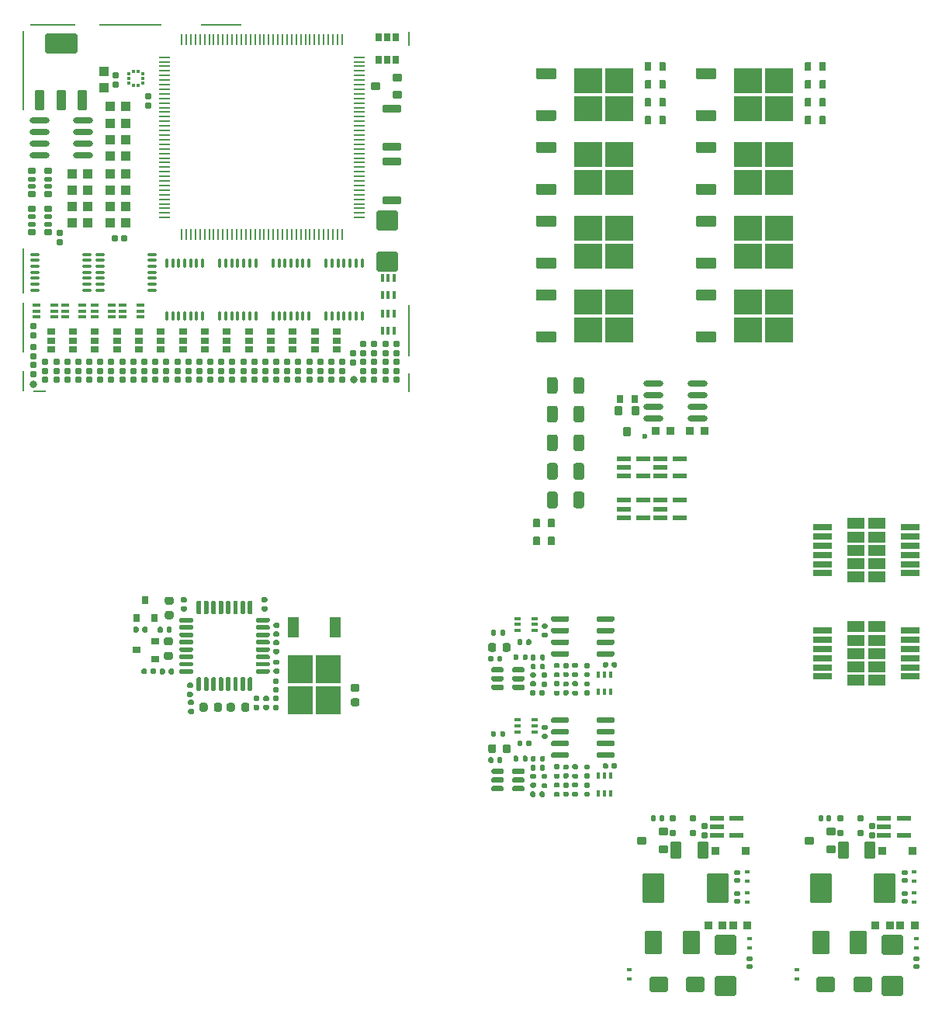
<source format=gtp>
G75*
G70*
%OFA0B0*%
%FSLAX25Y25*%
%IPPOS*%
%LPD*%
%AMOC8*
5,1,8,0,0,1.08239X$1,22.5*
%
%AMM1*
21,1,0.035430,0.030320,0.000000,0.000000,90.000000*
21,1,0.028350,0.037400,0.000000,0.000000,90.000000*
1,1,0.007090,0.015160,0.014170*
1,1,0.007090,0.015160,-0.014170*
1,1,0.007090,-0.015160,-0.014170*
1,1,0.007090,-0.015160,0.014170*
%
%AMM10*
21,1,0.025590,0.026380,0.000000,0.000000,90.000000*
21,1,0.020470,0.031500,0.000000,0.000000,90.000000*
1,1,0.005120,0.013190,0.010240*
1,1,0.005120,0.013190,-0.010240*
1,1,0.005120,-0.013190,-0.010240*
1,1,0.005120,-0.013190,0.010240*
%
%AMM11*
21,1,0.017720,0.027950,0.000000,0.000000,90.000000*
21,1,0.014170,0.031500,0.000000,0.000000,90.000000*
1,1,0.003540,0.013980,0.007090*
1,1,0.003540,0.013980,-0.007090*
1,1,0.003540,-0.013980,-0.007090*
1,1,0.003540,-0.013980,0.007090*
%
%AMM12*
21,1,0.031500,0.072440,0.000000,0.000000,90.000000*
21,1,0.025200,0.078740,0.000000,0.000000,90.000000*
1,1,0.006300,0.036220,0.012600*
1,1,0.006300,0.036220,-0.012600*
1,1,0.006300,-0.036220,-0.012600*
1,1,0.006300,-0.036220,0.012600*
%
%AMM13*
21,1,0.012600,0.028980,0.000000,0.000000,90.000000*
21,1,0.010080,0.031500,0.000000,0.000000,90.000000*
1,1,0.002520,0.014490,0.005040*
1,1,0.002520,0.014490,-0.005040*
1,1,0.002520,-0.014490,-0.005040*
1,1,0.002520,-0.014490,0.005040*
%
%AMM14*
21,1,0.012600,0.028980,0.000000,0.000000,180.000000*
21,1,0.010080,0.031500,0.000000,0.000000,180.000000*
1,1,0.002520,-0.005040,0.014490*
1,1,0.002520,0.005040,0.014490*
1,1,0.002520,0.005040,-0.014490*
1,1,0.002520,-0.005040,-0.014490*
%
%AMM15*
21,1,0.039370,0.035430,0.000000,0.000000,270.000000*
21,1,0.031500,0.043310,0.000000,0.000000,270.000000*
1,1,0.007870,-0.017720,-0.015750*
1,1,0.007870,-0.017720,0.015750*
1,1,0.007870,0.017720,0.015750*
1,1,0.007870,0.017720,-0.015750*
%
%AMM16*
21,1,0.027560,0.018900,0.000000,0.000000,90.000000*
21,1,0.022840,0.023620,0.000000,0.000000,90.000000*
1,1,0.004720,0.009450,0.011420*
1,1,0.004720,0.009450,-0.011420*
1,1,0.004720,-0.009450,-0.011420*
1,1,0.004720,-0.009450,0.011420*
%
%AMM2*
21,1,0.043310,0.075980,0.000000,0.000000,0.000000*
21,1,0.034650,0.084650,0.000000,0.000000,0.000000*
1,1,0.008660,0.017320,-0.037990*
1,1,0.008660,-0.017320,-0.037990*
1,1,0.008660,-0.017320,0.037990*
1,1,0.008660,0.017320,0.037990*
%
%AMM3*
21,1,0.043310,0.075990,0.000000,0.000000,0.000000*
21,1,0.034650,0.084650,0.000000,0.000000,0.000000*
1,1,0.008660,0.017320,-0.037990*
1,1,0.008660,-0.017320,-0.037990*
1,1,0.008660,-0.017320,0.037990*
1,1,0.008660,0.017320,0.037990*
%
%AMM34*
21,1,0.035430,0.030320,0.000000,0.000000,180.000000*
21,1,0.028350,0.037400,0.000000,0.000000,180.000000*
1,1,0.007090,-0.014170,0.015160*
1,1,0.007090,0.014170,0.015160*
1,1,0.007090,0.014170,-0.015160*
1,1,0.007090,-0.014170,-0.015160*
%
%AMM35*
21,1,0.035830,0.026770,0.000000,0.000000,0.000000*
21,1,0.029130,0.033470,0.000000,0.000000,0.000000*
1,1,0.006690,0.014570,-0.013390*
1,1,0.006690,-0.014570,-0.013390*
1,1,0.006690,-0.014570,0.013390*
1,1,0.006690,0.014570,0.013390*
%
%AMM4*
21,1,0.137800,0.067720,0.000000,0.000000,0.000000*
21,1,0.120870,0.084650,0.000000,0.000000,0.000000*
1,1,0.016930,0.060430,-0.033860*
1,1,0.016930,-0.060430,-0.033860*
1,1,0.016930,-0.060430,0.033860*
1,1,0.016930,0.060430,0.033860*
%
%AMM44*
21,1,0.070870,0.036220,0.000000,0.000000,90.000000*
21,1,0.061810,0.045280,0.000000,0.000000,90.000000*
1,1,0.009060,0.018110,0.030910*
1,1,0.009060,0.018110,-0.030910*
1,1,0.009060,-0.018110,-0.030910*
1,1,0.009060,-0.018110,0.030910*
%
%AMM5*
21,1,0.039370,0.035430,0.000000,0.000000,0.000000*
21,1,0.031500,0.043310,0.000000,0.000000,0.000000*
1,1,0.007870,0.015750,-0.017720*
1,1,0.007870,-0.015750,-0.017720*
1,1,0.007870,-0.015750,0.017720*
1,1,0.007870,0.015750,0.017720*
%
%AMM57*
21,1,0.033470,0.026770,0.000000,0.000000,0.000000*
21,1,0.026770,0.033470,0.000000,0.000000,0.000000*
1,1,0.006690,0.013390,-0.013390*
1,1,0.006690,-0.013390,-0.013390*
1,1,0.006690,-0.013390,0.013390*
1,1,0.006690,0.013390,0.013390*
%
%AMM58*
21,1,0.027560,0.030710,0.000000,0.000000,180.000000*
21,1,0.022050,0.036220,0.000000,0.000000,180.000000*
1,1,0.005510,-0.011020,0.015350*
1,1,0.005510,0.011020,0.015350*
1,1,0.005510,0.011020,-0.015350*
1,1,0.005510,-0.011020,-0.015350*
%
%AMM6*
21,1,0.023620,0.030710,0.000000,0.000000,180.000000*
21,1,0.018900,0.035430,0.000000,0.000000,180.000000*
1,1,0.004720,-0.009450,0.015350*
1,1,0.004720,0.009450,0.015350*
1,1,0.004720,0.009450,-0.015350*
1,1,0.004720,-0.009450,-0.015350*
%
%AMM62*
21,1,0.021650,0.052760,0.000000,0.000000,270.000000*
21,1,0.017320,0.057090,0.000000,0.000000,270.000000*
1,1,0.004330,-0.026380,-0.008660*
1,1,0.004330,-0.026380,0.008660*
1,1,0.004330,0.026380,0.008660*
1,1,0.004330,0.026380,-0.008660*
%
%AMM65*
21,1,0.019680,0.019680,0.000000,0.000000,270.000000*
21,1,0.015750,0.023620,0.000000,0.000000,270.000000*
1,1,0.003940,-0.009840,-0.007870*
1,1,0.003940,-0.009840,0.007870*
1,1,0.003940,0.009840,0.007870*
1,1,0.003940,0.009840,-0.007870*
%
%AMM67*
21,1,0.019680,0.019680,0.000000,0.000000,0.000000*
21,1,0.015750,0.023620,0.000000,0.000000,0.000000*
1,1,0.003940,0.007870,-0.009840*
1,1,0.003940,-0.007870,-0.009840*
1,1,0.003940,-0.007870,0.009840*
1,1,0.003940,0.007870,0.009840*
%
%AMM7*
21,1,0.027560,0.018900,0.000000,0.000000,180.000000*
21,1,0.022840,0.023620,0.000000,0.000000,180.000000*
1,1,0.004720,-0.011420,0.009450*
1,1,0.004720,0.011420,0.009450*
1,1,0.004720,0.011420,-0.009450*
1,1,0.004720,-0.011420,-0.009450*
%
%AMM72*
21,1,0.086610,0.073230,0.000000,0.000000,270.000000*
21,1,0.069290,0.090550,0.000000,0.000000,270.000000*
1,1,0.017320,-0.036610,-0.034650*
1,1,0.017320,-0.036610,0.034650*
1,1,0.017320,0.036610,0.034650*
1,1,0.017320,0.036610,-0.034650*
%
%AMM73*
21,1,0.094490,0.111020,0.000000,0.000000,0.000000*
21,1,0.075590,0.129920,0.000000,0.000000,0.000000*
1,1,0.018900,0.037800,-0.055510*
1,1,0.018900,-0.037800,-0.055510*
1,1,0.018900,-0.037800,0.055510*
1,1,0.018900,0.037800,0.055510*
%
%AMM74*
21,1,0.074800,0.083460,0.000000,0.000000,0.000000*
21,1,0.059840,0.098430,0.000000,0.000000,0.000000*
1,1,0.014960,0.029920,-0.041730*
1,1,0.014960,-0.029920,-0.041730*
1,1,0.014960,-0.029920,0.041730*
1,1,0.014960,0.029920,0.041730*
%
%AMM75*
21,1,0.078740,0.053540,0.000000,0.000000,180.000000*
21,1,0.065350,0.066930,0.000000,0.000000,180.000000*
1,1,0.013390,-0.032680,0.026770*
1,1,0.013390,0.032680,0.026770*
1,1,0.013390,0.032680,-0.026770*
1,1,0.013390,-0.032680,-0.026770*
%
%AMM76*
21,1,0.015750,0.016540,0.000000,0.000000,270.000000*
21,1,0.012600,0.019680,0.000000,0.000000,270.000000*
1,1,0.003150,-0.008270,-0.006300*
1,1,0.003150,-0.008270,0.006300*
1,1,0.003150,0.008270,0.006300*
1,1,0.003150,0.008270,-0.006300*
%
%AMM77*
21,1,0.023620,0.018900,0.000000,0.000000,90.000000*
21,1,0.018900,0.023620,0.000000,0.000000,90.000000*
1,1,0.004720,0.009450,0.009450*
1,1,0.004720,0.009450,-0.009450*
1,1,0.004720,-0.009450,-0.009450*
1,1,0.004720,-0.009450,0.009450*
%
%AMM8*
21,1,0.023620,0.030710,0.000000,0.000000,270.000000*
21,1,0.018900,0.035430,0.000000,0.000000,270.000000*
1,1,0.004720,-0.015350,-0.009450*
1,1,0.004720,-0.015350,0.009450*
1,1,0.004720,0.015350,0.009450*
1,1,0.004720,0.015350,-0.009450*
%
%AMM9*
21,1,0.086610,0.073230,0.000000,0.000000,90.000000*
21,1,0.069290,0.090550,0.000000,0.000000,90.000000*
1,1,0.017320,0.036610,0.034650*
1,1,0.017320,0.036610,-0.034650*
1,1,0.017320,-0.036610,-0.034650*
1,1,0.017320,-0.036610,0.034650*
%
%ADD10C,0.02362*%
%ADD100M16*%
%ADD138M34*%
%ADD139M35*%
%ADD151M44*%
%ADD173R,0.07874X0.02559*%
%ADD175R,0.07677X0.04567*%
%ADD176R,0.03543X0.03150*%
%ADD177R,0.04724X0.08661*%
%ADD180R,0.03150X0.03543*%
%ADD184R,0.10827X0.12008*%
%ADD188M57*%
%ADD189M58*%
%ADD199R,0.02559X0.01575*%
%ADD200R,0.01575X0.02559*%
%ADD201M62*%
%ADD205M65*%
%ADD207M67*%
%ADD212M72*%
%ADD213M73*%
%ADD214M74*%
%ADD215M75*%
%ADD216M76*%
%ADD217M77*%
%ADD28R,0.26772X0.00787*%
%ADD53R,0.00787X0.09055*%
%ADD54R,0.00787X0.21260*%
%ADD55R,0.00787X0.33858*%
%ADD56R,0.00787X0.19685*%
%ADD57R,0.05512X0.00787*%
%ADD58R,0.19685X0.00787*%
%ADD59R,0.17717X0.00787*%
%ADD60R,0.00787X0.06299*%
%ADD61R,0.00787X0.22441*%
%ADD62R,0.00787X0.07874*%
%ADD64R,0.12008X0.10827*%
%ADD65O,0.00000X0.00000*%
%ADD77O,0.00866X0.05118*%
%ADD78O,0.05118X0.00866*%
%ADD79M1*%
%ADD80M2*%
%ADD81M3*%
%ADD82M4*%
%ADD83M5*%
%ADD84M6*%
%ADD85M7*%
%ADD86M8*%
%ADD87M9*%
%ADD88C,0.03150*%
%ADD89M10*%
%ADD90M11*%
%ADD91M12*%
%ADD92O,0.01181X0.04331*%
%ADD93O,0.04331X0.01181*%
%ADD94M13*%
%ADD95O,0.08661X0.02362*%
%ADD96M14*%
%ADD97R,0.01476X0.01378*%
%ADD98R,0.01378X0.01476*%
%ADD99M15*%
X0000000Y0000000D02*
%LPD*%
G01*
G36*
G01*
X0414469Y0383115D02*
X0414469Y0386186D01*
G75*
G02*
X0414744Y0386462I0000276J0000000D01*
G01*
X0416949Y0386462D01*
G75*
G02*
X0417224Y0386186I0000000J-000276D01*
G01*
X0417224Y0383115D01*
G75*
G02*
X0416949Y0382840I-000276J0000000D01*
G01*
X0414744Y0382840D01*
G75*
G02*
X0414469Y0383115I0000000J0000276D01*
G01*
G37*
G36*
G01*
X0420768Y0383115D02*
X0420768Y0386186D01*
G75*
G02*
X0421043Y0386462I0000276J0000000D01*
G01*
X0423248Y0386462D01*
G75*
G02*
X0423524Y0386186I0000000J-000276D01*
G01*
X0423524Y0383115D01*
G75*
G02*
X0423248Y0382840I-000276J0000000D01*
G01*
X0421043Y0382840D01*
G75*
G02*
X0420768Y0383115I0000000J0000276D01*
G01*
G37*
D64*
X0390256Y0369980D03*
X0390256Y0357972D03*
X0403445Y0369980D03*
X0403445Y0357972D03*
G36*
G01*
X0367717Y0371063D02*
X0367717Y0374843D01*
G75*
G02*
X0368189Y0375315I0000472J0000000D01*
G01*
X0375906Y0375315D01*
G75*
G02*
X0376378Y0374843I0000000J-000472D01*
G01*
X0376378Y0371063D01*
G75*
G02*
X0375906Y0370591I-000472J0000000D01*
G01*
X0368189Y0370591D01*
G75*
G02*
X0367717Y0371063I0000000J0000472D01*
G01*
G37*
G36*
G01*
X0367717Y0353110D02*
X0367717Y0356890D01*
G75*
G02*
X0368189Y0357362I0000472J0000000D01*
G01*
X0375906Y0357362D01*
G75*
G02*
X0376378Y0356890I0000000J-000472D01*
G01*
X0376378Y0353110D01*
G75*
G02*
X0375906Y0352638I-000472J0000000D01*
G01*
X0368189Y0352638D01*
G75*
G02*
X0367717Y0353110I0000000J0000472D01*
G01*
G37*
G36*
G01*
X0376102Y0254902D02*
X0373386Y0254902D01*
G75*
G02*
X0372480Y0255807I0000000J0000906D01*
G01*
X0372480Y0261083D01*
G75*
G02*
X0373386Y0261988I0000906J0000000D01*
G01*
X0376102Y0261988D01*
G75*
G02*
X0377008Y0261083I0000000J-000906D01*
G01*
X0377008Y0255807D01*
G75*
G02*
X0376102Y0254902I-000906J0000000D01*
G01*
G37*
G36*
G01*
X0387520Y0254902D02*
X0384803Y0254902D01*
G75*
G02*
X0383898Y0255807I0000000J0000906D01*
G01*
X0383898Y0261083D01*
G75*
G02*
X0384803Y0261988I0000906J0000000D01*
G01*
X0387520Y0261988D01*
G75*
G02*
X0388425Y0261083I0000000J-000906D01*
G01*
X0388425Y0255807D01*
G75*
G02*
X0387520Y0254902I-000906J0000000D01*
G01*
G37*
G36*
G01*
X0483169Y0398462D02*
X0483169Y0401533D01*
G75*
G02*
X0483445Y0401808I0000276J0000000D01*
G01*
X0485650Y0401808D01*
G75*
G02*
X0485925Y0401533I0000000J-000276D01*
G01*
X0485925Y0398462D01*
G75*
G02*
X0485650Y0398186I-000276J0000000D01*
G01*
X0483445Y0398186D01*
G75*
G02*
X0483169Y0398462I0000000J0000276D01*
G01*
G37*
G36*
G01*
X0489469Y0398462D02*
X0489469Y0401533D01*
G75*
G02*
X0489744Y0401808I0000276J0000000D01*
G01*
X0491949Y0401808D01*
G75*
G02*
X0492224Y0401533I0000000J-000276D01*
G01*
X0492224Y0398462D01*
G75*
G02*
X0491949Y0398186I-000276J0000000D01*
G01*
X0489744Y0398186D01*
G75*
G02*
X0489469Y0398462I0000000J0000276D01*
G01*
G37*
G36*
G01*
X0366634Y0202399D02*
X0366634Y0205470D01*
G75*
G02*
X0366909Y0205746I0000276J0000000D01*
G01*
X0369114Y0205746D01*
G75*
G02*
X0369390Y0205470I0000000J-000276D01*
G01*
X0369390Y0202399D01*
G75*
G02*
X0369114Y0202123I-000276J0000000D01*
G01*
X0366909Y0202123D01*
G75*
G02*
X0366634Y0202399I0000000J0000276D01*
G01*
G37*
G36*
G01*
X0372933Y0202399D02*
X0372933Y0205470D01*
G75*
G02*
X0373209Y0205746I0000276J0000000D01*
G01*
X0375413Y0205746D01*
G75*
G02*
X0375689Y0205470I0000000J-000276D01*
G01*
X0375689Y0202399D01*
G75*
G02*
X0375413Y0202123I-000276J0000000D01*
G01*
X0373209Y0202123D01*
G75*
G02*
X0372933Y0202399I0000000J0000276D01*
G01*
G37*
G36*
G01*
X0376102Y0242618D02*
X0373386Y0242618D01*
G75*
G02*
X0372480Y0243524I0000000J0000906D01*
G01*
X0372480Y0248799D01*
G75*
G02*
X0373386Y0249705I0000906J0000000D01*
G01*
X0376102Y0249705D01*
G75*
G02*
X0377008Y0248799I0000000J-000906D01*
G01*
X0377008Y0243524D01*
G75*
G02*
X0376102Y0242618I-000906J0000000D01*
G01*
G37*
G36*
G01*
X0387520Y0242618D02*
X0384803Y0242618D01*
G75*
G02*
X0383898Y0243524I0000000J0000906D01*
G01*
X0383898Y0248799D01*
G75*
G02*
X0384803Y0249705I0000906J0000000D01*
G01*
X0387520Y0249705D01*
G75*
G02*
X0388425Y0248799I0000000J-000906D01*
G01*
X0388425Y0243524D01*
G75*
G02*
X0387520Y0242618I-000906J0000000D01*
G01*
G37*
G36*
G01*
X0414469Y0390789D02*
X0414469Y0393860D01*
G75*
G02*
X0414744Y0394135I0000276J0000000D01*
G01*
X0416949Y0394135D01*
G75*
G02*
X0417224Y0393860I0000000J-000276D01*
G01*
X0417224Y0390789D01*
G75*
G02*
X0416949Y0390513I-000276J0000000D01*
G01*
X0414744Y0390513D01*
G75*
G02*
X0414469Y0390789I0000000J0000276D01*
G01*
G37*
G36*
G01*
X0420768Y0390789D02*
X0420768Y0393860D01*
G75*
G02*
X0421043Y0394135I0000276J0000000D01*
G01*
X0423248Y0394135D01*
G75*
G02*
X0423524Y0393860I0000000J-000276D01*
G01*
X0423524Y0390789D01*
G75*
G02*
X0423248Y0390513I-000276J0000000D01*
G01*
X0421043Y0390513D01*
G75*
G02*
X0420768Y0390789I0000000J0000276D01*
G01*
G37*
X0390256Y0306594D03*
X0390256Y0294587D03*
X0403445Y0306594D03*
X0403445Y0294587D03*
G36*
G01*
X0367717Y0307677D02*
X0367717Y0311457D01*
G75*
G02*
X0368189Y0311929I0000472J0000000D01*
G01*
X0375906Y0311929D01*
G75*
G02*
X0376378Y0311457I0000000J-000472D01*
G01*
X0376378Y0307677D01*
G75*
G02*
X0375906Y0307205I-000472J0000000D01*
G01*
X0368189Y0307205D01*
G75*
G02*
X0367717Y0307677I0000000J0000472D01*
G01*
G37*
G36*
G01*
X0367717Y0289724D02*
X0367717Y0293504D01*
G75*
G02*
X0368189Y0293976I0000472J0000000D01*
G01*
X0375906Y0293976D01*
G75*
G02*
X0376378Y0293504I0000000J-000472D01*
G01*
X0376378Y0289724D01*
G75*
G02*
X0375906Y0289252I-000472J0000000D01*
G01*
X0368189Y0289252D01*
G75*
G02*
X0367717Y0289724I0000000J0000472D01*
G01*
G37*
D65*
X0424291Y0248084D03*
D64*
X0458957Y0338287D03*
X0458957Y0326280D03*
X0472146Y0338287D03*
X0472146Y0326280D03*
G36*
G01*
X0436417Y0339370D02*
X0436417Y0343150D01*
G75*
G02*
X0436890Y0343622I0000472J0000000D01*
G01*
X0444606Y0343622D01*
G75*
G02*
X0445079Y0343150I0000000J-000472D01*
G01*
X0445079Y0339370D01*
G75*
G02*
X0444606Y0338898I-000472J0000000D01*
G01*
X0436890Y0338898D01*
G75*
G02*
X0436417Y0339370I0000000J0000472D01*
G01*
G37*
G36*
G01*
X0436417Y0321417D02*
X0436417Y0325197D01*
G75*
G02*
X0436890Y0325669I0000472J0000000D01*
G01*
X0444606Y0325669D01*
G75*
G02*
X0445079Y0325197I0000000J-000472D01*
G01*
X0445079Y0321417D01*
G75*
G02*
X0444606Y0320945I-000472J0000000D01*
G01*
X0436890Y0320945D01*
G75*
G02*
X0436417Y0321417I0000000J0000472D01*
G01*
G37*
X0390256Y0401673D03*
X0390256Y0389665D03*
X0403445Y0401673D03*
X0403445Y0389665D03*
G36*
G01*
X0367717Y0402756D02*
X0367717Y0406535D01*
G75*
G02*
X0368189Y0407008I0000472J0000000D01*
G01*
X0375906Y0407008D01*
G75*
G02*
X0376378Y0406535I0000000J-000472D01*
G01*
X0376378Y0402756D01*
G75*
G02*
X0375906Y0402283I-000472J0000000D01*
G01*
X0368189Y0402283D01*
G75*
G02*
X0367717Y0402756I0000000J0000472D01*
G01*
G37*
G36*
G01*
X0367717Y0384803D02*
X0367717Y0388583D01*
G75*
G02*
X0368189Y0389055I0000472J0000000D01*
G01*
X0375906Y0389055D01*
G75*
G02*
X0376378Y0388583I0000000J-000472D01*
G01*
X0376378Y0384803D01*
G75*
G02*
X0375906Y0384331I-000472J0000000D01*
G01*
X0368189Y0384331D01*
G75*
G02*
X0367717Y0384803I0000000J0000472D01*
G01*
G37*
X0390256Y0338287D03*
X0390256Y0326280D03*
X0403445Y0338287D03*
X0403445Y0326280D03*
G36*
G01*
X0367717Y0339370D02*
X0367717Y0343150D01*
G75*
G02*
X0368189Y0343622I0000472J0000000D01*
G01*
X0375906Y0343622D01*
G75*
G02*
X0376378Y0343150I0000000J-000472D01*
G01*
X0376378Y0339370D01*
G75*
G02*
X0375906Y0338898I-000472J0000000D01*
G01*
X0368189Y0338898D01*
G75*
G02*
X0367717Y0339370I0000000J0000472D01*
G01*
G37*
G36*
G01*
X0367717Y0321417D02*
X0367717Y0325197D01*
G75*
G02*
X0368189Y0325669I0000472J0000000D01*
G01*
X0375906Y0325669D01*
G75*
G02*
X0376378Y0325197I0000000J-000472D01*
G01*
X0376378Y0321417D01*
G75*
G02*
X0375906Y0320945I-000472J0000000D01*
G01*
X0368189Y0320945D01*
G75*
G02*
X0367717Y0321417I0000000J0000472D01*
G01*
G37*
G36*
G01*
X0483169Y0390789D02*
X0483169Y0393860D01*
G75*
G02*
X0483445Y0394135I0000276J0000000D01*
G01*
X0485650Y0394135D01*
G75*
G02*
X0485925Y0393860I0000000J-000276D01*
G01*
X0485925Y0390789D01*
G75*
G02*
X0485650Y0390513I-000276J0000000D01*
G01*
X0483445Y0390513D01*
G75*
G02*
X0483169Y0390789I0000000J0000276D01*
G01*
G37*
G36*
G01*
X0489469Y0390789D02*
X0489469Y0393860D01*
G75*
G02*
X0489744Y0394135I0000276J0000000D01*
G01*
X0491949Y0394135D01*
G75*
G02*
X0492224Y0393860I0000000J-000276D01*
G01*
X0492224Y0390789D01*
G75*
G02*
X0491949Y0390513I-000276J0000000D01*
G01*
X0489744Y0390513D01*
G75*
G02*
X0489469Y0390789I0000000J0000276D01*
G01*
G37*
X0458957Y0401673D03*
X0458957Y0389665D03*
X0472146Y0401673D03*
X0472146Y0389665D03*
G36*
G01*
X0436417Y0402756D02*
X0436417Y0406535D01*
G75*
G02*
X0436890Y0407008I0000472J0000000D01*
G01*
X0444606Y0407008D01*
G75*
G02*
X0445079Y0406535I0000000J-000472D01*
G01*
X0445079Y0402756D01*
G75*
G02*
X0444606Y0402283I-000472J0000000D01*
G01*
X0436890Y0402283D01*
G75*
G02*
X0436417Y0402756I0000000J0000472D01*
G01*
G37*
G36*
G01*
X0436417Y0384803D02*
X0436417Y0388583D01*
G75*
G02*
X0436890Y0389055I0000472J0000000D01*
G01*
X0444606Y0389055D01*
G75*
G02*
X0445079Y0388583I0000000J-000472D01*
G01*
X0445079Y0384803D01*
G75*
G02*
X0444606Y0384331I-000472J0000000D01*
G01*
X0436890Y0384331D01*
G75*
G02*
X0436417Y0384803I0000000J0000472D01*
G01*
G37*
X0458957Y0306594D03*
X0458957Y0294587D03*
X0472146Y0306594D03*
X0472146Y0294587D03*
G36*
G01*
X0436417Y0307677D02*
X0436417Y0311457D01*
G75*
G02*
X0436890Y0311929I0000472J0000000D01*
G01*
X0444606Y0311929D01*
G75*
G02*
X0445079Y0311457I0000000J-000472D01*
G01*
X0445079Y0307677D01*
G75*
G02*
X0444606Y0307205I-000472J0000000D01*
G01*
X0436890Y0307205D01*
G75*
G02*
X0436417Y0307677I0000000J0000472D01*
G01*
G37*
G36*
G01*
X0436417Y0289724D02*
X0436417Y0293504D01*
G75*
G02*
X0436890Y0293976I0000472J0000000D01*
G01*
X0444606Y0293976D01*
G75*
G02*
X0445079Y0293504I0000000J-000472D01*
G01*
X0445079Y0289724D01*
G75*
G02*
X0444606Y0289252I-000472J0000000D01*
G01*
X0436890Y0289252D01*
G75*
G02*
X0436417Y0289724I0000000J0000472D01*
G01*
G37*
G36*
G01*
X0483169Y0383115D02*
X0483169Y0386186D01*
G75*
G02*
X0483445Y0386462I0000276J0000000D01*
G01*
X0485650Y0386462D01*
G75*
G02*
X0485925Y0386186I0000000J-000276D01*
G01*
X0485925Y0383115D01*
G75*
G02*
X0485650Y0382840I-000276J0000000D01*
G01*
X0483445Y0382840D01*
G75*
G02*
X0483169Y0383115I0000000J0000276D01*
G01*
G37*
G36*
G01*
X0489469Y0383115D02*
X0489469Y0386186D01*
G75*
G02*
X0489744Y0386462I0000276J0000000D01*
G01*
X0491949Y0386462D01*
G75*
G02*
X0492224Y0386186I0000000J-000276D01*
G01*
X0492224Y0383115D01*
G75*
G02*
X0491949Y0382840I-000276J0000000D01*
G01*
X0489744Y0382840D01*
G75*
G02*
X0489469Y0383115I0000000J0000276D01*
G01*
G37*
G36*
G01*
X0414469Y0398462D02*
X0414469Y0401533D01*
G75*
G02*
X0414744Y0401808I0000276J0000000D01*
G01*
X0416949Y0401808D01*
G75*
G02*
X0417224Y0401533I0000000J-000276D01*
G01*
X0417224Y0398462D01*
G75*
G02*
X0416949Y0398186I-000276J0000000D01*
G01*
X0414744Y0398186D01*
G75*
G02*
X0414469Y0398462I0000000J0000276D01*
G01*
G37*
G36*
G01*
X0420768Y0398462D02*
X0420768Y0401533D01*
G75*
G02*
X0421043Y0401808I0000276J0000000D01*
G01*
X0423248Y0401808D01*
G75*
G02*
X0423524Y0401533I0000000J-000276D01*
G01*
X0423524Y0398462D01*
G75*
G02*
X0423248Y0398186I-000276J0000000D01*
G01*
X0421043Y0398186D01*
G75*
G02*
X0420768Y0398462I0000000J0000276D01*
G01*
G37*
G36*
G01*
X0366634Y0210072D02*
X0366634Y0213143D01*
G75*
G02*
X0366909Y0213419I0000276J0000000D01*
G01*
X0369114Y0213419D01*
G75*
G02*
X0369390Y0213143I0000000J-000276D01*
G01*
X0369390Y0210072D01*
G75*
G02*
X0369114Y0209797I-000276J0000000D01*
G01*
X0366909Y0209797D01*
G75*
G02*
X0366634Y0210072I0000000J0000276D01*
G01*
G37*
G36*
G01*
X0372933Y0210072D02*
X0372933Y0213143D01*
G75*
G02*
X0373209Y0213419I0000276J0000000D01*
G01*
X0375413Y0213419D01*
G75*
G02*
X0375689Y0213143I0000000J-000276D01*
G01*
X0375689Y0210072D01*
G75*
G02*
X0375413Y0209797I-000276J0000000D01*
G01*
X0373209Y0209797D01*
G75*
G02*
X0372933Y0210072I0000000J0000276D01*
G01*
G37*
G36*
G01*
X0414469Y0406135D02*
X0414469Y0409206D01*
G75*
G02*
X0414744Y0409482I0000276J0000000D01*
G01*
X0416949Y0409482D01*
G75*
G02*
X0417224Y0409206I0000000J-000276D01*
G01*
X0417224Y0406135D01*
G75*
G02*
X0416949Y0405860I-000276J0000000D01*
G01*
X0414744Y0405860D01*
G75*
G02*
X0414469Y0406135I0000000J0000276D01*
G01*
G37*
G36*
G01*
X0420768Y0406135D02*
X0420768Y0409206D01*
G75*
G02*
X0421043Y0409482I0000276J0000000D01*
G01*
X0423248Y0409482D01*
G75*
G02*
X0423524Y0409206I0000000J-000276D01*
G01*
X0423524Y0406135D01*
G75*
G02*
X0423248Y0405860I-000276J0000000D01*
G01*
X0421043Y0405860D01*
G75*
G02*
X0420768Y0406135I0000000J0000276D01*
G01*
G37*
G36*
G01*
X0376102Y0230335D02*
X0373386Y0230335D01*
G75*
G02*
X0372480Y0231240I0000000J0000906D01*
G01*
X0372480Y0236516D01*
G75*
G02*
X0373386Y0237421I0000906J0000000D01*
G01*
X0376102Y0237421D01*
G75*
G02*
X0377008Y0236516I0000000J-000906D01*
G01*
X0377008Y0231240D01*
G75*
G02*
X0376102Y0230335I-000906J0000000D01*
G01*
G37*
G36*
G01*
X0387520Y0230335D02*
X0384803Y0230335D01*
G75*
G02*
X0383898Y0231240I0000000J0000906D01*
G01*
X0383898Y0236516D01*
G75*
G02*
X0384803Y0237421I0000906J0000000D01*
G01*
X0387520Y0237421D01*
G75*
G02*
X0388425Y0236516I0000000J-000906D01*
G01*
X0388425Y0231240D01*
G75*
G02*
X0387520Y0230335I-000906J0000000D01*
G01*
G37*
X0458957Y0369980D03*
X0458957Y0357972D03*
X0472146Y0369980D03*
X0472146Y0357972D03*
G36*
G01*
X0436417Y0371063D02*
X0436417Y0374843D01*
G75*
G02*
X0436890Y0375315I0000472J0000000D01*
G01*
X0444606Y0375315D01*
G75*
G02*
X0445079Y0374843I0000000J-000472D01*
G01*
X0445079Y0371063D01*
G75*
G02*
X0444606Y0370591I-000472J0000000D01*
G01*
X0436890Y0370591D01*
G75*
G02*
X0436417Y0371063I0000000J0000472D01*
G01*
G37*
G36*
G01*
X0436417Y0353110D02*
X0436417Y0356890D01*
G75*
G02*
X0436890Y0357362I0000472J0000000D01*
G01*
X0444606Y0357362D01*
G75*
G02*
X0445079Y0356890I0000000J-000472D01*
G01*
X0445079Y0353110D01*
G75*
G02*
X0444606Y0352638I-000472J0000000D01*
G01*
X0436890Y0352638D01*
G75*
G02*
X0436417Y0353110I0000000J0000472D01*
G01*
G37*
G36*
G01*
X0376102Y0218051D02*
X0373386Y0218051D01*
G75*
G02*
X0372480Y0218957I0000000J0000906D01*
G01*
X0372480Y0224232D01*
G75*
G02*
X0373386Y0225138I0000906J0000000D01*
G01*
X0376102Y0225138D01*
G75*
G02*
X0377008Y0224232I0000000J-000906D01*
G01*
X0377008Y0218957D01*
G75*
G02*
X0376102Y0218051I-000906J0000000D01*
G01*
G37*
G36*
G01*
X0387520Y0218051D02*
X0384803Y0218051D01*
G75*
G02*
X0383898Y0218957I0000000J0000906D01*
G01*
X0383898Y0224232D01*
G75*
G02*
X0384803Y0225138I0000906J0000000D01*
G01*
X0387520Y0225138D01*
G75*
G02*
X0388425Y0224232I0000000J-000906D01*
G01*
X0388425Y0218957D01*
G75*
G02*
X0387520Y0218051I-000906J0000000D01*
G01*
G37*
G36*
G01*
X0483169Y0406135D02*
X0483169Y0409206D01*
G75*
G02*
X0483445Y0409482I0000276J0000000D01*
G01*
X0485650Y0409482D01*
G75*
G02*
X0485925Y0409206I0000000J-000276D01*
G01*
X0485925Y0406135D01*
G75*
G02*
X0485650Y0405860I-000276J0000000D01*
G01*
X0483445Y0405860D01*
G75*
G02*
X0483169Y0406135I0000000J0000276D01*
G01*
G37*
G36*
G01*
X0489469Y0406135D02*
X0489469Y0409206D01*
G75*
G02*
X0489744Y0409482I0000276J0000000D01*
G01*
X0491949Y0409482D01*
G75*
G02*
X0492224Y0409206I0000000J-000276D01*
G01*
X0492224Y0406135D01*
G75*
G02*
X0491949Y0405860I-000276J0000000D01*
G01*
X0489744Y0405860D01*
G75*
G02*
X0489469Y0406135I0000000J0000276D01*
G01*
G37*
G36*
G01*
X0376102Y0267185D02*
X0373386Y0267185D01*
G75*
G02*
X0372480Y0268091I0000000J0000906D01*
G01*
X0372480Y0273366D01*
G75*
G02*
X0373386Y0274272I0000906J0000000D01*
G01*
X0376102Y0274272D01*
G75*
G02*
X0377008Y0273366I0000000J-000906D01*
G01*
X0377008Y0268091D01*
G75*
G02*
X0376102Y0267185I-000906J0000000D01*
G01*
G37*
G36*
G01*
X0387520Y0267185D02*
X0384803Y0267185D01*
G75*
G02*
X0383898Y0268091I0000000J0000906D01*
G01*
X0383898Y0273366D01*
G75*
G02*
X0384803Y0274272I0000906J0000000D01*
G01*
X0387520Y0274272D01*
G75*
G02*
X0388425Y0273366I0000000J-000906D01*
G01*
X0388425Y0268091D01*
G75*
G02*
X0387520Y0267185I-000906J0000000D01*
G01*
G37*
X0147146Y0268012D02*
G01*
G75*
D54*
X0147540Y0295571D02*
D03*
D53*
X0147540Y0272540D02*
D03*
D56*
X0147540Y0319980D02*
D03*
D62*
X0313288Y0271949D02*
D03*
D58*
X0160138Y0425492D02*
D03*
D28*
X0193603Y0425492D02*
D03*
D59*
X0232382Y0425492D02*
D03*
D61*
X0313288Y0294193D02*
D03*
D60*
X0313288Y0419587D02*
D03*
D57*
X0154626Y0268406D02*
D03*
D55*
X0147540Y0405807D02*
D03*
D77*
X0215551Y0419095D02*
D03*
X0217520Y0419095D02*
D03*
X0219488Y0419095D02*
D03*
X0221457Y0419095D02*
D03*
X0223425Y0419095D02*
D03*
X0225394Y0419095D02*
D03*
X0227362Y0419095D02*
D03*
X0229331Y0419095D02*
D03*
X0231299Y0419095D02*
D03*
X0233268Y0419095D02*
D03*
X0235236Y0419095D02*
D03*
X0237205Y0419095D02*
D03*
X0239174Y0419095D02*
D03*
X0241142Y0419095D02*
D03*
X0243111Y0419095D02*
D03*
X0245079Y0419095D02*
D03*
X0247048Y0419095D02*
D03*
X0249016Y0419095D02*
D03*
X0250985Y0419095D02*
D03*
X0252953Y0419095D02*
D03*
X0254922Y0419095D02*
D03*
X0256890Y0419095D02*
D03*
X0258859Y0419095D02*
D03*
X0260827Y0419095D02*
D03*
X0262796Y0419095D02*
D03*
X0264764Y0419095D02*
D03*
X0266733Y0419095D02*
D03*
X0268701Y0419095D02*
D03*
X0270670Y0419095D02*
D03*
X0272638Y0419095D02*
D03*
X0274607Y0419095D02*
D03*
X0276575Y0419095D02*
D03*
X0278544Y0419095D02*
D03*
X0280512Y0419095D02*
D03*
X0282481Y0419095D02*
D03*
X0284449Y0419095D02*
D03*
X0284449Y0335433D02*
D03*
X0282481Y0335433D02*
D03*
X0280512Y0335433D02*
D03*
X0278544Y0335433D02*
D03*
X0276575Y0335433D02*
D03*
X0274607Y0335433D02*
D03*
X0272638Y0335433D02*
D03*
X0270670Y0335433D02*
D03*
X0268701Y0335433D02*
D03*
X0266733Y0335433D02*
D03*
X0264764Y0335433D02*
D03*
X0262796Y0335433D02*
D03*
X0260827Y0335433D02*
D03*
X0258859Y0335433D02*
D03*
X0256890Y0335433D02*
D03*
X0254922Y0335433D02*
D03*
X0252953Y0335433D02*
D03*
X0250985Y0335433D02*
D03*
X0249016Y0335433D02*
D03*
X0247048Y0335433D02*
D03*
X0245079Y0335433D02*
D03*
X0243111Y0335433D02*
D03*
X0241142Y0335433D02*
D03*
X0239174Y0335433D02*
D03*
X0237205Y0335433D02*
D03*
X0235236Y0335433D02*
D03*
X0233268Y0335433D02*
D03*
X0231299Y0335433D02*
D03*
X0229331Y0335433D02*
D03*
X0227362Y0335433D02*
D03*
X0225394Y0335433D02*
D03*
X0223425Y0335433D02*
D03*
X0221457Y0335433D02*
D03*
X0219488Y0335433D02*
D03*
X0217520Y0335433D02*
D03*
X0215551Y0335433D02*
D03*
D78*
X0291831Y0411713D02*
D03*
X0291831Y0409744D02*
D03*
X0291831Y0407776D02*
D03*
X0291831Y0405807D02*
D03*
X0291831Y0403839D02*
D03*
X0291831Y0401870D02*
D03*
X0291831Y0399902D02*
D03*
X0291831Y0397933D02*
D03*
X0291831Y0395965D02*
D03*
X0291831Y0393996D02*
D03*
X0291831Y0392028D02*
D03*
X0291831Y0390059D02*
D03*
X0291831Y0388091D02*
D03*
X0291831Y0386122D02*
D03*
X0291831Y0384154D02*
D03*
X0291831Y0382185D02*
D03*
X0291831Y0380217D02*
D03*
X0291831Y0378248D02*
D03*
X0291831Y0376280D02*
D03*
X0291831Y0374311D02*
D03*
X0291831Y0372343D02*
D03*
X0291831Y0370374D02*
D03*
X0291831Y0368406D02*
D03*
X0291831Y0366437D02*
D03*
X0291831Y0364469D02*
D03*
X0291831Y0362500D02*
D03*
X0291831Y0360532D02*
D03*
X0291831Y0358563D02*
D03*
X0291831Y0356595D02*
D03*
X0291831Y0354626D02*
D03*
X0291831Y0352658D02*
D03*
X0291831Y0350689D02*
D03*
X0291831Y0348721D02*
D03*
X0291831Y0346752D02*
D03*
X0291831Y0344784D02*
D03*
X0291831Y0342815D02*
D03*
X0208170Y0342815D02*
D03*
X0208170Y0344784D02*
D03*
X0208170Y0346752D02*
D03*
X0208170Y0348721D02*
D03*
X0208170Y0350689D02*
D03*
X0208170Y0352658D02*
D03*
X0208170Y0354626D02*
D03*
X0208170Y0356595D02*
D03*
X0208170Y0358563D02*
D03*
X0208170Y0360532D02*
D03*
X0208170Y0362500D02*
D03*
X0208170Y0364469D02*
D03*
X0208170Y0366437D02*
D03*
X0208170Y0368406D02*
D03*
X0208170Y0370374D02*
D03*
X0208170Y0372343D02*
D03*
X0208170Y0374311D02*
D03*
X0208170Y0376280D02*
D03*
X0208170Y0378248D02*
D03*
X0208170Y0380217D02*
D03*
X0208170Y0382185D02*
D03*
X0208170Y0384154D02*
D03*
X0208170Y0386122D02*
D03*
X0208170Y0388091D02*
D03*
X0208170Y0390059D02*
D03*
X0208170Y0392028D02*
D03*
X0208170Y0393996D02*
D03*
X0208170Y0395965D02*
D03*
X0208170Y0397933D02*
D03*
X0208170Y0399902D02*
D03*
X0208170Y0401870D02*
D03*
X0208170Y0403839D02*
D03*
X0208170Y0405807D02*
D03*
X0208170Y0407776D02*
D03*
X0208170Y0409744D02*
D03*
X0208170Y0411713D02*
D03*
D79*
X0308176Y0395524D02*
D03*
X0298924Y0399264D02*
D03*
D79*
X0308176Y0403004D02*
D03*
D80*
X0154626Y0393209D02*
D03*
X0172737Y0393209D02*
D03*
D81*
X0163681Y0393209D02*
D03*
D82*
X0163681Y0417618D02*
D03*
D83*
X0184941Y0369193D02*
D03*
X0191634Y0369193D02*
D03*
X0191634Y0376280D02*
D03*
X0184941Y0376280D02*
D03*
X0184941Y0383366D02*
D03*
X0191634Y0383366D02*
D03*
X0191634Y0390453D02*
D03*
X0184941Y0390453D02*
D03*
X0175099Y0361713D02*
D03*
X0168406Y0361713D02*
D03*
X0191634Y0361713D02*
D03*
X0184941Y0361713D02*
D03*
X0175099Y0354626D02*
D03*
X0168406Y0354626D02*
D03*
X0191634Y0354626D02*
D03*
X0184941Y0354626D02*
D03*
X0175099Y0347540D02*
D03*
X0168406Y0347540D02*
D03*
X0191634Y0347540D02*
D03*
X0184941Y0347540D02*
D03*
X0168406Y0340453D02*
D03*
X0175099Y0340453D02*
D03*
X0191634Y0340453D02*
D03*
X0184941Y0340453D02*
D03*
D84*
X0307577Y0420151D02*
D03*
X0303837Y0420151D02*
D03*
X0300096Y0420151D02*
D03*
X0300096Y0410702D02*
D03*
X0303837Y0410702D02*
D03*
X0307577Y0410702D02*
D03*
D85*
X0151870Y0275492D02*
D03*
X0151870Y0279429D02*
D03*
X0298327Y0288484D02*
D03*
X0298327Y0284547D02*
D03*
X0194784Y0277067D02*
D03*
X0194784Y0273130D02*
D03*
X0208957Y0277067D02*
D03*
X0208957Y0273130D02*
D03*
X0227855Y0281004D02*
D03*
X0227855Y0277067D02*
D03*
X0227855Y0273130D02*
D03*
X0227855Y0277067D02*
D03*
X0237304Y0277067D02*
D03*
X0237304Y0281004D02*
D03*
X0237304Y0277067D02*
D03*
X0237304Y0273130D02*
D03*
X0260926Y0281004D02*
D03*
X0260926Y0277067D02*
D03*
X0284548Y0277067D02*
D03*
X0284548Y0281004D02*
D03*
X0284548Y0277067D02*
D03*
X0284548Y0273130D02*
D03*
X0201182Y0390847D02*
D03*
X0201182Y0394784D02*
D03*
X0289272Y0280610D02*
D03*
X0289272Y0284547D02*
D03*
X0151870Y0296162D02*
D03*
X0151870Y0292225D02*
D03*
X0163288Y0332185D02*
D03*
X0163288Y0336122D02*
D03*
X0307776Y0284547D02*
D03*
X0307776Y0288484D02*
D03*
X0303051Y0284547D02*
D03*
X0303051Y0288484D02*
D03*
X0293603Y0284547D02*
D03*
X0293603Y0288484D02*
D03*
X0156989Y0277067D02*
D03*
X0156989Y0281004D02*
D03*
X0161713Y0277067D02*
D03*
X0161713Y0281004D02*
D03*
X0166437Y0277067D02*
D03*
X0166437Y0281004D02*
D03*
X0171162Y0277067D02*
D03*
X0171162Y0281004D02*
D03*
X0156989Y0277067D02*
D03*
X0156989Y0273130D02*
D03*
X0161713Y0277067D02*
D03*
X0161713Y0273130D02*
D03*
X0166437Y0277067D02*
D03*
X0166437Y0273130D02*
D03*
X0171162Y0277067D02*
D03*
X0171162Y0273130D02*
D03*
X0175886Y0277067D02*
D03*
X0175886Y0281004D02*
D03*
X0180611Y0277067D02*
D03*
X0180611Y0281004D02*
D03*
X0185335Y0277067D02*
D03*
X0185335Y0281004D02*
D03*
X0190177Y0277067D02*
D03*
X0190177Y0281004D02*
D03*
X0175886Y0277067D02*
D03*
X0175886Y0273130D02*
D03*
X0180611Y0277067D02*
D03*
X0180611Y0273130D02*
D03*
X0185335Y0277067D02*
D03*
X0185335Y0273130D02*
D03*
X0190059Y0277067D02*
D03*
X0190059Y0273130D02*
D03*
X0194784Y0277067D02*
D03*
X0194784Y0281004D02*
D03*
X0199508Y0277067D02*
D03*
X0199508Y0281004D02*
D03*
X0204233Y0277067D02*
D03*
X0204233Y0281004D02*
D03*
X0208957Y0277067D02*
D03*
X0208957Y0281004D02*
D03*
X0199508Y0277067D02*
D03*
X0199508Y0273130D02*
D03*
X0204233Y0277067D02*
D03*
X0204233Y0273130D02*
D03*
X0213682Y0281004D02*
D03*
X0213682Y0277067D02*
D03*
X0218406Y0281004D02*
D03*
X0218406Y0277067D02*
D03*
X0223130Y0281004D02*
D03*
X0223130Y0277067D02*
D03*
X0213682Y0273130D02*
D03*
X0213682Y0277067D02*
D03*
X0218406Y0273130D02*
D03*
X0218406Y0277067D02*
D03*
X0223130Y0273130D02*
D03*
X0223130Y0277067D02*
D03*
X0232579Y0277067D02*
D03*
X0232579Y0281004D02*
D03*
X0242028Y0277067D02*
D03*
X0242028Y0281004D02*
D03*
X0246752Y0277067D02*
D03*
X0246752Y0281004D02*
D03*
X0232579Y0277067D02*
D03*
X0232579Y0273130D02*
D03*
X0242028Y0277067D02*
D03*
X0242028Y0273130D02*
D03*
X0246752Y0277067D02*
D03*
X0246752Y0273130D02*
D03*
X0251477Y0281004D02*
D03*
X0251477Y0277067D02*
D03*
X0256201Y0281004D02*
D03*
X0256201Y0277067D02*
D03*
X0265650Y0281004D02*
D03*
X0265650Y0277067D02*
D03*
X0251477Y0273130D02*
D03*
X0251477Y0277067D02*
D03*
X0256201Y0273130D02*
D03*
X0256201Y0277067D02*
D03*
X0260926Y0273130D02*
D03*
X0260926Y0277067D02*
D03*
X0265650Y0273130D02*
D03*
X0265650Y0277067D02*
D03*
X0270374Y0277067D02*
D03*
X0270374Y0281004D02*
D03*
X0275099Y0277067D02*
D03*
X0275099Y0281004D02*
D03*
X0279823Y0277067D02*
D03*
X0279823Y0281004D02*
D03*
X0270374Y0277067D02*
D03*
X0270374Y0273130D02*
D03*
X0275099Y0277067D02*
D03*
X0275099Y0273130D02*
D03*
X0279823Y0277067D02*
D03*
X0279823Y0273130D02*
D03*
X0293603Y0281004D02*
D03*
X0293603Y0277067D02*
D03*
X0298327Y0281004D02*
D03*
X0298327Y0277067D02*
D03*
X0303051Y0281004D02*
D03*
X0303051Y0277067D02*
D03*
X0307776Y0281004D02*
D03*
X0307776Y0277067D02*
D03*
X0293603Y0273130D02*
D03*
X0293603Y0277067D02*
D03*
X0298327Y0273130D02*
D03*
X0298327Y0277067D02*
D03*
X0303051Y0273130D02*
D03*
X0303051Y0277067D02*
D03*
X0307776Y0273130D02*
D03*
X0307776Y0277067D02*
D03*
X0151870Y0287106D02*
D03*
X0151870Y0283169D02*
D03*
X0187303Y0399902D02*
D03*
X0187303Y0403839D02*
D03*
D86*
X0206595Y0293799D02*
D03*
X0206595Y0290059D02*
D03*
X0206595Y0286319D02*
D03*
X0197146Y0286319D02*
D03*
X0197146Y0290059D02*
D03*
X0197146Y0293799D02*
D03*
X0168800Y0293799D02*
D03*
X0168800Y0290059D02*
D03*
X0168800Y0286319D02*
D03*
X0159351Y0286319D02*
D03*
X0159351Y0290059D02*
D03*
X0159351Y0293799D02*
D03*
X0187697Y0293799D02*
D03*
X0187697Y0290059D02*
D03*
X0187697Y0286319D02*
D03*
X0178248Y0286319D02*
D03*
X0178248Y0290059D02*
D03*
X0178248Y0293799D02*
D03*
X0225493Y0293799D02*
D03*
X0225493Y0290059D02*
D03*
X0225493Y0286319D02*
D03*
X0216044Y0286319D02*
D03*
X0216044Y0290059D02*
D03*
X0216044Y0293799D02*
D03*
X0244390Y0293799D02*
D03*
X0244390Y0290059D02*
D03*
X0244390Y0286319D02*
D03*
X0234941Y0286319D02*
D03*
X0234941Y0290059D02*
D03*
X0234941Y0293799D02*
D03*
X0263288Y0293799D02*
D03*
X0263288Y0290059D02*
D03*
X0263288Y0286319D02*
D03*
X0253839Y0286319D02*
D03*
X0253839Y0290059D02*
D03*
X0253839Y0293799D02*
D03*
X0282185Y0293799D02*
D03*
X0282185Y0290059D02*
D03*
X0282185Y0286319D02*
D03*
X0272737Y0286319D02*
D03*
X0272737Y0290059D02*
D03*
X0272737Y0293799D02*
D03*
D87*
X0303839Y0323917D02*
D03*
X0303839Y0341634D02*
D03*
D88*
X0289548Y0273130D02*
D03*
X0151870Y0271162D02*
D03*
D89*
X0158170Y0346654D02*
D03*
X0151083Y0346654D02*
D03*
X0151083Y0336614D02*
D03*
X0158170Y0336614D02*
D03*
X0158170Y0352756D02*
D03*
X0151083Y0352756D02*
D03*
X0151083Y0362796D02*
D03*
X0158170Y0362796D02*
D03*
D90*
X0151083Y0340059D02*
D03*
X0151083Y0343209D02*
D03*
X0158170Y0343209D02*
D03*
X0158170Y0340059D02*
D03*
X0158170Y0356201D02*
D03*
X0158170Y0359351D02*
D03*
X0151083Y0359351D02*
D03*
X0151083Y0356201D02*
D03*
D91*
X0305807Y0389665D02*
D03*
X0305807Y0373130D02*
D03*
X0305807Y0350296D02*
D03*
X0305807Y0366831D02*
D03*
D92*
X0293012Y0323130D02*
D03*
X0290453Y0323130D02*
D03*
X0287894Y0323130D02*
D03*
X0285335Y0323130D02*
D03*
X0282776Y0323130D02*
D03*
X0280217Y0323130D02*
D03*
X0277658Y0323130D02*
D03*
X0293012Y0300689D02*
D03*
X0290453Y0300689D02*
D03*
X0287894Y0300689D02*
D03*
X0285335Y0300689D02*
D03*
X0282776Y0300689D02*
D03*
X0280217Y0300689D02*
D03*
X0277658Y0300689D02*
D03*
X0224508Y0323130D02*
D03*
X0221949Y0323130D02*
D03*
X0219390Y0323130D02*
D03*
X0216831Y0323130D02*
D03*
X0214272Y0323130D02*
D03*
X0211713Y0323130D02*
D03*
X0209154Y0323130D02*
D03*
X0224508Y0300689D02*
D03*
X0221949Y0300689D02*
D03*
X0219390Y0300689D02*
D03*
X0216831Y0300689D02*
D03*
X0214272Y0300689D02*
D03*
X0211713Y0300689D02*
D03*
X0209154Y0300689D02*
D03*
X0247343Y0323130D02*
D03*
X0244784Y0323130D02*
D03*
X0242225Y0323130D02*
D03*
X0239666Y0323130D02*
D03*
X0237107Y0323130D02*
D03*
X0234548Y0323130D02*
D03*
X0231989Y0323130D02*
D03*
X0247343Y0300689D02*
D03*
X0244784Y0300689D02*
D03*
X0242225Y0300689D02*
D03*
X0239666Y0300689D02*
D03*
X0237107Y0300689D02*
D03*
X0234548Y0300689D02*
D03*
X0231989Y0300689D02*
D03*
X0270177Y0323130D02*
D03*
X0267618Y0323130D02*
D03*
X0265059Y0323130D02*
D03*
X0262500Y0323130D02*
D03*
X0259941Y0323130D02*
D03*
X0257382Y0323130D02*
D03*
X0254823Y0323130D02*
D03*
X0270177Y0300689D02*
D03*
X0267618Y0300689D02*
D03*
X0265059Y0300689D02*
D03*
X0262500Y0300689D02*
D03*
X0259941Y0300689D02*
D03*
X0257382Y0300689D02*
D03*
X0254823Y0300689D02*
D03*
D93*
X0202855Y0311713D02*
D03*
X0202855Y0314272D02*
D03*
X0202855Y0316831D02*
D03*
X0202855Y0319390D02*
D03*
X0202855Y0321949D02*
D03*
X0202855Y0324508D02*
D03*
X0202855Y0327067D02*
D03*
X0180414Y0311713D02*
D03*
X0180414Y0314272D02*
D03*
X0180414Y0316831D02*
D03*
X0180414Y0319390D02*
D03*
X0180414Y0321949D02*
D03*
X0180414Y0324508D02*
D03*
X0180414Y0327067D02*
D03*
X0174902Y0311713D02*
D03*
X0174902Y0314272D02*
D03*
X0174902Y0316831D02*
D03*
X0174902Y0319390D02*
D03*
X0174902Y0321949D02*
D03*
X0174902Y0324508D02*
D03*
X0174902Y0327067D02*
D03*
X0152461Y0311713D02*
D03*
X0152461Y0314272D02*
D03*
X0152461Y0316831D02*
D03*
X0152461Y0319390D02*
D03*
X0152461Y0321949D02*
D03*
X0152461Y0324508D02*
D03*
X0152461Y0327067D02*
D03*
D94*
X0185532Y0300099D02*
D03*
X0185532Y0302658D02*
D03*
X0185532Y0305217D02*
D03*
X0178052Y0300099D02*
D03*
X0178052Y0302658D02*
D03*
X0178052Y0305217D02*
D03*
X0165453Y0305217D02*
D03*
X0165453Y0302658D02*
D03*
X0165453Y0300099D02*
D03*
X0172933Y0305217D02*
D03*
X0172933Y0302658D02*
D03*
X0172933Y0300099D02*
D03*
X0160729Y0300099D02*
D03*
X0160729Y0302658D02*
D03*
X0160729Y0305217D02*
D03*
X0153248Y0300099D02*
D03*
X0153248Y0302658D02*
D03*
X0153248Y0305217D02*
D03*
X0190256Y0305217D02*
D03*
X0190256Y0302658D02*
D03*
X0190256Y0300099D02*
D03*
X0197737Y0305217D02*
D03*
X0197737Y0302658D02*
D03*
X0197737Y0300099D02*
D03*
D95*
X0154430Y0384569D02*
D03*
X0154430Y0379569D02*
D03*
X0154430Y0374569D02*
D03*
X0154430Y0369569D02*
D03*
X0173328Y0384569D02*
D03*
X0173328Y0379569D02*
D03*
X0173328Y0374569D02*
D03*
X0173328Y0369569D02*
D03*
D96*
X0306792Y0317028D02*
D03*
X0304233Y0317028D02*
D03*
X0301674Y0317028D02*
D03*
X0306792Y0309547D02*
D03*
X0304233Y0309547D02*
D03*
X0301674Y0309547D02*
D03*
X0306792Y0301673D02*
D03*
X0304233Y0301673D02*
D03*
X0301674Y0301673D02*
D03*
X0306792Y0294193D02*
D03*
X0304233Y0294193D02*
D03*
X0301674Y0294193D02*
D03*
D97*
X0192963Y0400689D02*
D03*
X0192963Y0402658D02*
D03*
X0192963Y0404626D02*
D03*
X0198967Y0404626D02*
D03*
X0198967Y0402658D02*
D03*
X0198967Y0400689D02*
D03*
D98*
X0194981Y0405660D02*
D03*
X0196949Y0405660D02*
D03*
X0196949Y0399656D02*
D03*
X0194981Y0399656D02*
D03*
D99*
X0182087Y0398721D02*
D03*
X0182087Y0405414D02*
D03*
D100*
X0190847Y0333760D02*
D03*
X0186910Y0333760D02*
D03*
X0481201Y0181004D02*
%LPD*%
G01*
D175*
X0505158Y0211437D03*
X0505158Y0205689D03*
X0505158Y0199941D03*
X0505158Y0194193D03*
X0505158Y0188445D03*
X0514016Y0211437D03*
X0514016Y0205689D03*
X0514016Y0199941D03*
X0514016Y0194193D03*
X0514016Y0188445D03*
D173*
X0490689Y0209784D03*
X0490689Y0205847D03*
X0490689Y0201910D03*
X0490689Y0197973D03*
X0490689Y0194035D03*
X0490689Y0190098D03*
X0528484Y0190098D03*
X0528484Y0194035D03*
X0528484Y0197973D03*
X0528484Y0201910D03*
X0528484Y0205847D03*
X0528484Y0209784D03*
X0189272Y0127067D02*
%LPD*%
G01*
G36*
G01*
X0256880Y0162776D02*
X0255522Y0162776D01*
G75*
G02*
X0254941Y0163356I0000000J0000581D01*
G01*
X0254941Y0164518D01*
G75*
G02*
X0255522Y0165098I0000581J0000000D01*
G01*
X0256880Y0165098D01*
G75*
G02*
X0257461Y0164518I0000000J-000581D01*
G01*
X0257461Y0163356D01*
G75*
G02*
X0256880Y0162776I-000581J0000000D01*
G01*
G37*
G36*
G01*
X0256880Y0166595D02*
X0255522Y0166595D01*
G75*
G02*
X0254941Y0167175I0000000J0000581D01*
G01*
X0254941Y0168337D01*
G75*
G02*
X0255522Y0168917I0000581J0000000D01*
G01*
X0256880Y0168917D01*
G75*
G02*
X0257461Y0168337I0000000J-000581D01*
G01*
X0257461Y0167175D01*
G75*
G02*
X0256880Y0166595I-000581J0000000D01*
G01*
G37*
G36*
G01*
X0198307Y0147352D02*
X0198307Y0148711D01*
G75*
G02*
X0198888Y0149291I0000581J0000000D01*
G01*
X0200050Y0149291D01*
G75*
G02*
X0200630Y0148711I0000000J-000581D01*
G01*
X0200630Y0147352D01*
G75*
G02*
X0200050Y0146772I-000581J0000000D01*
G01*
X0198888Y0146772D01*
G75*
G02*
X0198307Y0147352I0000000J0000581D01*
G01*
G37*
G36*
G01*
X0202126Y0147352D02*
X0202126Y0148711D01*
G75*
G02*
X0202707Y0149291I0000581J0000000D01*
G01*
X0203868Y0149291D01*
G75*
G02*
X0204449Y0148711I0000000J-000581D01*
G01*
X0204449Y0147352D01*
G75*
G02*
X0203868Y0146772I-000581J0000000D01*
G01*
X0202707Y0146772D01*
G75*
G02*
X0202126Y0147352I0000000J0000581D01*
G01*
G37*
G36*
G01*
X0208834Y0162549D02*
X0210852Y0162549D01*
G75*
G02*
X0211713Y0161688I0000000J-000861D01*
G01*
X0211713Y0159966D01*
G75*
G02*
X0210852Y0159104I-000861J0000000D01*
G01*
X0208834Y0159104D01*
G75*
G02*
X0207973Y0159966I0000000J0000861D01*
G01*
X0207973Y0161688D01*
G75*
G02*
X0208834Y0162549I0000861J0000000D01*
G01*
G37*
G36*
G01*
X0208834Y0156348D02*
X0210852Y0156348D01*
G75*
G02*
X0211713Y0155487I0000000J-000861D01*
G01*
X0211713Y0153765D01*
G75*
G02*
X0210852Y0152904I-000861J0000000D01*
G01*
X0208834Y0152904D01*
G75*
G02*
X0207973Y0153765I0000000J0000861D01*
G01*
X0207973Y0155487D01*
G75*
G02*
X0208834Y0156348I0000861J0000000D01*
G01*
G37*
G36*
G01*
X0255325Y0137520D02*
X0256683Y0137520D01*
G75*
G02*
X0257264Y0136939I0000000J-000581D01*
G01*
X0257264Y0135778D01*
G75*
G02*
X0256683Y0135197I-000581J0000000D01*
G01*
X0255325Y0135197D01*
G75*
G02*
X0254744Y0135778I0000000J0000581D01*
G01*
X0254744Y0136939D01*
G75*
G02*
X0255325Y0137520I0000581J0000000D01*
G01*
G37*
G36*
G01*
X0255325Y0133701D02*
X0256683Y0133701D01*
G75*
G02*
X0257264Y0133120I0000000J-000581D01*
G01*
X0257264Y0131959D01*
G75*
G02*
X0256683Y0131378I-000581J0000000D01*
G01*
X0255325Y0131378D01*
G75*
G02*
X0254744Y0131959I0000000J0000581D01*
G01*
X0254744Y0133120D01*
G75*
G02*
X0255325Y0133701I0000581J0000000D01*
G01*
G37*
D176*
X0204134Y0153347D03*
X0204134Y0160827D03*
X0196260Y0157087D03*
G36*
G01*
X0251142Y0137520D02*
X0252500Y0137520D01*
G75*
G02*
X0253081Y0136939I0000000J-000581D01*
G01*
X0253081Y0135778D01*
G75*
G02*
X0252500Y0135197I-000581J0000000D01*
G01*
X0251142Y0135197D01*
G75*
G02*
X0250561Y0135778I0000000J0000581D01*
G01*
X0250561Y0136939D01*
G75*
G02*
X0251142Y0137520I0000581J0000000D01*
G01*
G37*
G36*
G01*
X0251142Y0133701D02*
X0252500Y0133701D01*
G75*
G02*
X0253081Y0133120I0000000J-000581D01*
G01*
X0253081Y0131959D01*
G75*
G02*
X0252500Y0131378I-000581J0000000D01*
G01*
X0251142Y0131378D01*
G75*
G02*
X0250561Y0131959I0000000J0000581D01*
G01*
X0250561Y0133120D01*
G75*
G02*
X0251142Y0133701I0000581J0000000D01*
G01*
G37*
G36*
G01*
X0255522Y0161437D02*
X0256880Y0161437D01*
G75*
G02*
X0257461Y0160856I0000000J-000581D01*
G01*
X0257461Y0159695D01*
G75*
G02*
X0256880Y0159114I-000581J0000000D01*
G01*
X0255522Y0159114D01*
G75*
G02*
X0254941Y0159695I0000000J0000581D01*
G01*
X0254941Y0160856D01*
G75*
G02*
X0255522Y0161437I0000581J0000000D01*
G01*
G37*
G36*
G01*
X0255522Y0157618D02*
X0256880Y0157618D01*
G75*
G02*
X0257461Y0157037I0000000J-000581D01*
G01*
X0257461Y0155876D01*
G75*
G02*
X0256880Y0155295I-000581J0000000D01*
G01*
X0255522Y0155295D01*
G75*
G02*
X0254941Y0155876I0000000J0000581D01*
G01*
X0254941Y0157037D01*
G75*
G02*
X0255522Y0157618I0000581J0000000D01*
G01*
G37*
G36*
G01*
X0251762Y0173701D02*
X0250404Y0173701D01*
G75*
G02*
X0249823Y0174282I0000000J0000581D01*
G01*
X0249823Y0175443D01*
G75*
G02*
X0250404Y0176024I0000581J0000000D01*
G01*
X0251762Y0176024D01*
G75*
G02*
X0252343Y0175443I0000000J-000581D01*
G01*
X0252343Y0174282D01*
G75*
G02*
X0251762Y0173701I-000581J0000000D01*
G01*
G37*
G36*
G01*
X0251762Y0177520D02*
X0250404Y0177520D01*
G75*
G02*
X0249823Y0178100I0000000J0000581D01*
G01*
X0249823Y0179262D01*
G75*
G02*
X0250404Y0179843I0000581J0000000D01*
G01*
X0251762Y0179843D01*
G75*
G02*
X0252343Y0179262I0000000J-000581D01*
G01*
X0252343Y0178100D01*
G75*
G02*
X0251762Y0177520I-000581J0000000D01*
G01*
G37*
G36*
G01*
X0256880Y0146929D02*
X0255522Y0146929D01*
G75*
G02*
X0254941Y0147510I0000000J0000581D01*
G01*
X0254941Y0148671D01*
G75*
G02*
X0255522Y0149252I0000581J0000000D01*
G01*
X0256880Y0149252D01*
G75*
G02*
X0257461Y0148671I0000000J-000581D01*
G01*
X0257461Y0147510D01*
G75*
G02*
X0256880Y0146929I-000581J0000000D01*
G01*
G37*
G36*
G01*
X0256880Y0150748D02*
X0255522Y0150748D01*
G75*
G02*
X0254941Y0151329I0000000J0000581D01*
G01*
X0254941Y0152490D01*
G75*
G02*
X0255522Y0153071I0000581J0000000D01*
G01*
X0256880Y0153071D01*
G75*
G02*
X0257461Y0152490I0000000J-000581D01*
G01*
X0257461Y0151329D01*
G75*
G02*
X0256880Y0150748I-000581J0000000D01*
G01*
G37*
G36*
G01*
X0217116Y0173701D02*
X0215758Y0173701D01*
G75*
G02*
X0215178Y0174282I0000000J0000581D01*
G01*
X0215178Y0175443D01*
G75*
G02*
X0215758Y0176024I0000581J0000000D01*
G01*
X0217116Y0176024D01*
G75*
G02*
X0217697Y0175443I0000000J-000581D01*
G01*
X0217697Y0174282D01*
G75*
G02*
X0217116Y0173701I-000581J0000000D01*
G01*
G37*
G36*
G01*
X0217116Y0177520D02*
X0215758Y0177520D01*
G75*
G02*
X0215178Y0178100I0000000J0000581D01*
G01*
X0215178Y0179262D01*
G75*
G02*
X0215758Y0179843I0000581J0000000D01*
G01*
X0217116Y0179843D01*
G75*
G02*
X0217697Y0179262I0000000J-000581D01*
G01*
X0217697Y0178100D01*
G75*
G02*
X0217116Y0177520I-000581J0000000D01*
G01*
G37*
D184*
X0278583Y0148819D03*
X0266575Y0148819D03*
X0278583Y0135630D03*
X0266575Y0135630D03*
D177*
X0281555Y0167028D03*
X0263603Y0167028D03*
G36*
G01*
X0206083Y0147254D02*
X0206083Y0148612D01*
G75*
G02*
X0206664Y0149193I0000581J0000000D01*
G01*
X0207825Y0149193D01*
G75*
G02*
X0208406Y0148612I0000000J-000581D01*
G01*
X0208406Y0147254D01*
G75*
G02*
X0207825Y0146673I-000581J0000000D01*
G01*
X0206664Y0146673D01*
G75*
G02*
X0206083Y0147254I0000000J0000581D01*
G01*
G37*
G36*
G01*
X0209902Y0147254D02*
X0209902Y0148612D01*
G75*
G02*
X0210483Y0149193I0000581J0000000D01*
G01*
X0211644Y0149193D01*
G75*
G02*
X0212225Y0148612I0000000J-000581D01*
G01*
X0212225Y0147254D01*
G75*
G02*
X0211644Y0146673I-000581J0000000D01*
G01*
X0210483Y0146673D01*
G75*
G02*
X0209902Y0147254I0000000J0000581D01*
G01*
G37*
G36*
G01*
X0244587Y0133588D02*
X0244587Y0131570D01*
G75*
G02*
X0243726Y0130709I-000861J0000000D01*
G01*
X0242003Y0130709D01*
G75*
G02*
X0241142Y0131570I0000000J0000861D01*
G01*
X0241142Y0133588D01*
G75*
G02*
X0242003Y0134449I0000861J0000000D01*
G01*
X0243726Y0134449D01*
G75*
G02*
X0244587Y0133588I0000000J-000861D01*
G01*
G37*
G36*
G01*
X0238386Y0133588D02*
X0238386Y0131570D01*
G75*
G02*
X0237525Y0130709I-000861J0000000D01*
G01*
X0235803Y0130709D01*
G75*
G02*
X0234941Y0131570I0000000J0000861D01*
G01*
X0234941Y0133588D01*
G75*
G02*
X0235803Y0134449I0000861J0000000D01*
G01*
X0237525Y0134449D01*
G75*
G02*
X0238386Y0133588I0000000J-000861D01*
G01*
G37*
G36*
G01*
X0246959Y0137520D02*
X0248317Y0137520D01*
G75*
G02*
X0248898Y0136939I0000000J-000581D01*
G01*
X0248898Y0135778D01*
G75*
G02*
X0248317Y0135197I-000581J0000000D01*
G01*
X0246959Y0135197D01*
G75*
G02*
X0246378Y0135778I0000000J0000581D01*
G01*
X0246378Y0136939D01*
G75*
G02*
X0246959Y0137520I0000581J0000000D01*
G01*
G37*
G36*
G01*
X0246959Y0133701D02*
X0248317Y0133701D01*
G75*
G02*
X0248898Y0133120I0000000J-000581D01*
G01*
X0248898Y0131959D01*
G75*
G02*
X0248317Y0131378I-000581J0000000D01*
G01*
X0246959Y0131378D01*
G75*
G02*
X0246378Y0131959I0000000J0000581D01*
G01*
X0246378Y0133120D01*
G75*
G02*
X0246959Y0133701I0000581J0000000D01*
G01*
G37*
G36*
G01*
X0291068Y0132973D02*
X0289051Y0132973D01*
G75*
G02*
X0288189Y0133834I0000000J0000861D01*
G01*
X0288189Y0135556D01*
G75*
G02*
X0289051Y0136417I0000861J0000000D01*
G01*
X0291068Y0136417D01*
G75*
G02*
X0291929Y0135556I0000000J-000861D01*
G01*
X0291929Y0133834D01*
G75*
G02*
X0291068Y0132973I-000861J0000000D01*
G01*
G37*
G36*
G01*
X0291068Y0139173D02*
X0289051Y0139173D01*
G75*
G02*
X0288189Y0140035I0000000J0000861D01*
G01*
X0288189Y0141757D01*
G75*
G02*
X0289051Y0142618I0000861J0000000D01*
G01*
X0291068Y0142618D01*
G75*
G02*
X0291929Y0141757I0000000J-000861D01*
G01*
X0291929Y0140035D01*
G75*
G02*
X0291068Y0139173I-000861J0000000D01*
G01*
G37*
G36*
G01*
X0223229Y0131570D02*
X0223229Y0133588D01*
G75*
G02*
X0224090Y0134449I0000861J0000000D01*
G01*
X0225812Y0134449D01*
G75*
G02*
X0226674Y0133588I0000000J-000861D01*
G01*
X0226674Y0131570D01*
G75*
G02*
X0225812Y0130709I-000861J0000000D01*
G01*
X0224090Y0130709D01*
G75*
G02*
X0223229Y0131570I0000000J0000861D01*
G01*
G37*
G36*
G01*
X0229429Y0131570D02*
X0229429Y0133588D01*
G75*
G02*
X0230291Y0134449I0000861J0000000D01*
G01*
X0232013Y0134449D01*
G75*
G02*
X0232874Y0133588I0000000J-000861D01*
G01*
X0232874Y0131570D01*
G75*
G02*
X0232013Y0130709I-000861J0000000D01*
G01*
X0230291Y0130709D01*
G75*
G02*
X0229429Y0131570I0000000J0000861D01*
G01*
G37*
G36*
G01*
X0218908Y0135748D02*
X0220266Y0135748D01*
G75*
G02*
X0220847Y0135167I0000000J-000581D01*
G01*
X0220847Y0134006D01*
G75*
G02*
X0220266Y0133425I-000581J0000000D01*
G01*
X0218908Y0133425D01*
G75*
G02*
X0218327Y0134006I0000000J0000581D01*
G01*
X0218327Y0135167D01*
G75*
G02*
X0218908Y0135748I0000581J0000000D01*
G01*
G37*
G36*
G01*
X0218908Y0131929D02*
X0220266Y0131929D01*
G75*
G02*
X0220847Y0131348I0000000J-000581D01*
G01*
X0220847Y0130187D01*
G75*
G02*
X0220266Y0129606I-000581J0000000D01*
G01*
X0218908Y0129606D01*
G75*
G02*
X0218327Y0130187I0000000J0000581D01*
G01*
X0218327Y0131348D01*
G75*
G02*
X0218908Y0131929I0000581J0000000D01*
G01*
G37*
G36*
G01*
X0253347Y0148425D02*
X0253347Y0147441D01*
G75*
G02*
X0252855Y0146949I-000492J0000000D01*
G01*
X0247933Y0146949D01*
G75*
G02*
X0247441Y0147441I0000000J0000492D01*
G01*
X0247441Y0148425D01*
G75*
G02*
X0247933Y0148917I0000492J0000000D01*
G01*
X0252855Y0148917D01*
G75*
G02*
X0253347Y0148425I0000000J-000492D01*
G01*
G37*
G36*
G01*
X0253347Y0151575D02*
X0253347Y0150591D01*
G75*
G02*
X0252855Y0150098I-000492J0000000D01*
G01*
X0247933Y0150098D01*
G75*
G02*
X0247441Y0150591I0000000J0000492D01*
G01*
X0247441Y0151575D01*
G75*
G02*
X0247933Y0152067I0000492J0000000D01*
G01*
X0252855Y0152067D01*
G75*
G02*
X0253347Y0151575I0000000J-000492D01*
G01*
G37*
G36*
G01*
X0253347Y0154724D02*
X0253347Y0153740D01*
G75*
G02*
X0252855Y0153248I-000492J0000000D01*
G01*
X0247933Y0153248D01*
G75*
G02*
X0247441Y0153740I0000000J0000492D01*
G01*
X0247441Y0154724D01*
G75*
G02*
X0247933Y0155217I0000492J0000000D01*
G01*
X0252855Y0155217D01*
G75*
G02*
X0253347Y0154724I0000000J-000492D01*
G01*
G37*
G36*
G01*
X0253347Y0157874D02*
X0253347Y0156890D01*
G75*
G02*
X0252855Y0156398I-000492J0000000D01*
G01*
X0247933Y0156398D01*
G75*
G02*
X0247441Y0156890I0000000J0000492D01*
G01*
X0247441Y0157874D01*
G75*
G02*
X0247933Y0158366I0000492J0000000D01*
G01*
X0252855Y0158366D01*
G75*
G02*
X0253347Y0157874I0000000J-000492D01*
G01*
G37*
G36*
G01*
X0253347Y0161024D02*
X0253347Y0160039D01*
G75*
G02*
X0252855Y0159547I-000492J0000000D01*
G01*
X0247933Y0159547D01*
G75*
G02*
X0247441Y0160039I0000000J0000492D01*
G01*
X0247441Y0161024D01*
G75*
G02*
X0247933Y0161516I0000492J0000000D01*
G01*
X0252855Y0161516D01*
G75*
G02*
X0253347Y0161024I0000000J-000492D01*
G01*
G37*
G36*
G01*
X0253347Y0164173D02*
X0253347Y0163189D01*
G75*
G02*
X0252855Y0162697I-000492J0000000D01*
G01*
X0247933Y0162697D01*
G75*
G02*
X0247441Y0163189I0000000J0000492D01*
G01*
X0247441Y0164173D01*
G75*
G02*
X0247933Y0164665I0000492J0000000D01*
G01*
X0252855Y0164665D01*
G75*
G02*
X0253347Y0164173I0000000J-000492D01*
G01*
G37*
G36*
G01*
X0253347Y0167323D02*
X0253347Y0166339D01*
G75*
G02*
X0252855Y0165847I-000492J0000000D01*
G01*
X0247933Y0165847D01*
G75*
G02*
X0247441Y0166339I0000000J0000492D01*
G01*
X0247441Y0167323D01*
G75*
G02*
X0247933Y0167815I0000492J0000000D01*
G01*
X0252855Y0167815D01*
G75*
G02*
X0253347Y0167323I0000000J-000492D01*
G01*
G37*
G36*
G01*
X0253347Y0170473D02*
X0253347Y0169488D01*
G75*
G02*
X0252855Y0168996I-000492J0000000D01*
G01*
X0247933Y0168996D01*
G75*
G02*
X0247441Y0169488I0000000J0000492D01*
G01*
X0247441Y0170473D01*
G75*
G02*
X0247933Y0170965I0000492J0000000D01*
G01*
X0252855Y0170965D01*
G75*
G02*
X0253347Y0170473I0000000J-000492D01*
G01*
G37*
G36*
G01*
X0245965Y0177854D02*
X0245965Y0172933D01*
G75*
G02*
X0245473Y0172441I-000492J0000000D01*
G01*
X0244489Y0172441D01*
G75*
G02*
X0243996Y0172933I0000000J0000492D01*
G01*
X0243996Y0177854D01*
G75*
G02*
X0244489Y0178347I0000492J0000000D01*
G01*
X0245473Y0178347D01*
G75*
G02*
X0245965Y0177854I0000000J-000492D01*
G01*
G37*
G36*
G01*
X0242815Y0177854D02*
X0242815Y0172933D01*
G75*
G02*
X0242323Y0172441I-000492J0000000D01*
G01*
X0241339Y0172441D01*
G75*
G02*
X0240847Y0172933I0000000J0000492D01*
G01*
X0240847Y0177854D01*
G75*
G02*
X0241339Y0178347I0000492J0000000D01*
G01*
X0242323Y0178347D01*
G75*
G02*
X0242815Y0177854I0000000J-000492D01*
G01*
G37*
G36*
G01*
X0239666Y0177854D02*
X0239666Y0172933D01*
G75*
G02*
X0239174Y0172441I-000492J0000000D01*
G01*
X0238189Y0172441D01*
G75*
G02*
X0237697Y0172933I0000000J0000492D01*
G01*
X0237697Y0177854D01*
G75*
G02*
X0238189Y0178347I0000492J0000000D01*
G01*
X0239174Y0178347D01*
G75*
G02*
X0239666Y0177854I0000000J-000492D01*
G01*
G37*
G36*
G01*
X0236516Y0177854D02*
X0236516Y0172933D01*
G75*
G02*
X0236024Y0172441I-000492J0000000D01*
G01*
X0235040Y0172441D01*
G75*
G02*
X0234548Y0172933I0000000J0000492D01*
G01*
X0234548Y0177854D01*
G75*
G02*
X0235040Y0178347I0000492J0000000D01*
G01*
X0236024Y0178347D01*
G75*
G02*
X0236516Y0177854I0000000J-000492D01*
G01*
G37*
G36*
G01*
X0233366Y0177854D02*
X0233366Y0172933D01*
G75*
G02*
X0232874Y0172441I-000492J0000000D01*
G01*
X0231890Y0172441D01*
G75*
G02*
X0231398Y0172933I0000000J0000492D01*
G01*
X0231398Y0177854D01*
G75*
G02*
X0231890Y0178347I0000492J0000000D01*
G01*
X0232874Y0178347D01*
G75*
G02*
X0233366Y0177854I0000000J-000492D01*
G01*
G37*
G36*
G01*
X0230217Y0177854D02*
X0230217Y0172933D01*
G75*
G02*
X0229725Y0172441I-000492J0000000D01*
G01*
X0228741Y0172441D01*
G75*
G02*
X0228248Y0172933I0000000J0000492D01*
G01*
X0228248Y0177854D01*
G75*
G02*
X0228741Y0178347I0000492J0000000D01*
G01*
X0229725Y0178347D01*
G75*
G02*
X0230217Y0177854I0000000J-000492D01*
G01*
G37*
G36*
G01*
X0227067Y0177854D02*
X0227067Y0172933D01*
G75*
G02*
X0226575Y0172441I-000492J0000000D01*
G01*
X0225591Y0172441D01*
G75*
G02*
X0225099Y0172933I0000000J0000492D01*
G01*
X0225099Y0177854D01*
G75*
G02*
X0225591Y0178347I0000492J0000000D01*
G01*
X0226575Y0178347D01*
G75*
G02*
X0227067Y0177854I0000000J-000492D01*
G01*
G37*
G36*
G01*
X0223918Y0177854D02*
X0223918Y0172933D01*
G75*
G02*
X0223426Y0172441I-000492J0000000D01*
G01*
X0222441Y0172441D01*
G75*
G02*
X0221949Y0172933I0000000J0000492D01*
G01*
X0221949Y0177854D01*
G75*
G02*
X0222441Y0178347I0000492J0000000D01*
G01*
X0223426Y0178347D01*
G75*
G02*
X0223918Y0177854I0000000J-000492D01*
G01*
G37*
G36*
G01*
X0220473Y0170473D02*
X0220473Y0169488D01*
G75*
G02*
X0219981Y0168996I-000492J0000000D01*
G01*
X0215059Y0168996D01*
G75*
G02*
X0214567Y0169488I0000000J0000492D01*
G01*
X0214567Y0170473D01*
G75*
G02*
X0215059Y0170965I0000492J0000000D01*
G01*
X0219981Y0170965D01*
G75*
G02*
X0220473Y0170473I0000000J-000492D01*
G01*
G37*
G36*
G01*
X0220473Y0167323D02*
X0220473Y0166339D01*
G75*
G02*
X0219981Y0165847I-000492J0000000D01*
G01*
X0215059Y0165847D01*
G75*
G02*
X0214567Y0166339I0000000J0000492D01*
G01*
X0214567Y0167323D01*
G75*
G02*
X0215059Y0167815I0000492J0000000D01*
G01*
X0219981Y0167815D01*
G75*
G02*
X0220473Y0167323I0000000J-000492D01*
G01*
G37*
G36*
G01*
X0220473Y0164173D02*
X0220473Y0163189D01*
G75*
G02*
X0219981Y0162697I-000492J0000000D01*
G01*
X0215059Y0162697D01*
G75*
G02*
X0214567Y0163189I0000000J0000492D01*
G01*
X0214567Y0164173D01*
G75*
G02*
X0215059Y0164665I0000492J0000000D01*
G01*
X0219981Y0164665D01*
G75*
G02*
X0220473Y0164173I0000000J-000492D01*
G01*
G37*
G36*
G01*
X0220473Y0161024D02*
X0220473Y0160039D01*
G75*
G02*
X0219981Y0159547I-000492J0000000D01*
G01*
X0215059Y0159547D01*
G75*
G02*
X0214567Y0160039I0000000J0000492D01*
G01*
X0214567Y0161024D01*
G75*
G02*
X0215059Y0161516I0000492J0000000D01*
G01*
X0219981Y0161516D01*
G75*
G02*
X0220473Y0161024I0000000J-000492D01*
G01*
G37*
G36*
G01*
X0220473Y0157874D02*
X0220473Y0156890D01*
G75*
G02*
X0219981Y0156398I-000492J0000000D01*
G01*
X0215059Y0156398D01*
G75*
G02*
X0214567Y0156890I0000000J0000492D01*
G01*
X0214567Y0157874D01*
G75*
G02*
X0215059Y0158366I0000492J0000000D01*
G01*
X0219981Y0158366D01*
G75*
G02*
X0220473Y0157874I0000000J-000492D01*
G01*
G37*
G36*
G01*
X0220473Y0154724D02*
X0220473Y0153740D01*
G75*
G02*
X0219981Y0153248I-000492J0000000D01*
G01*
X0215059Y0153248D01*
G75*
G02*
X0214567Y0153740I0000000J0000492D01*
G01*
X0214567Y0154724D01*
G75*
G02*
X0215059Y0155217I0000492J0000000D01*
G01*
X0219981Y0155217D01*
G75*
G02*
X0220473Y0154724I0000000J-000492D01*
G01*
G37*
G36*
G01*
X0220473Y0151575D02*
X0220473Y0150591D01*
G75*
G02*
X0219981Y0150098I-000492J0000000D01*
G01*
X0215059Y0150098D01*
G75*
G02*
X0214567Y0150591I0000000J0000492D01*
G01*
X0214567Y0151575D01*
G75*
G02*
X0215059Y0152067I0000492J0000000D01*
G01*
X0219981Y0152067D01*
G75*
G02*
X0220473Y0151575I0000000J-000492D01*
G01*
G37*
G36*
G01*
X0220473Y0148425D02*
X0220473Y0147441D01*
G75*
G02*
X0219981Y0146949I-000492J0000000D01*
G01*
X0215059Y0146949D01*
G75*
G02*
X0214567Y0147441I0000000J0000492D01*
G01*
X0214567Y0148425D01*
G75*
G02*
X0215059Y0148917I0000492J0000000D01*
G01*
X0219981Y0148917D01*
G75*
G02*
X0220473Y0148425I0000000J-000492D01*
G01*
G37*
G36*
G01*
X0223918Y0144980D02*
X0223918Y0140059D01*
G75*
G02*
X0223426Y0139567I-000492J0000000D01*
G01*
X0222441Y0139567D01*
G75*
G02*
X0221949Y0140059I0000000J0000492D01*
G01*
X0221949Y0144980D01*
G75*
G02*
X0222441Y0145473I0000492J0000000D01*
G01*
X0223426Y0145473D01*
G75*
G02*
X0223918Y0144980I0000000J-000492D01*
G01*
G37*
G36*
G01*
X0227067Y0144980D02*
X0227067Y0140059D01*
G75*
G02*
X0226575Y0139567I-000492J0000000D01*
G01*
X0225591Y0139567D01*
G75*
G02*
X0225099Y0140059I0000000J0000492D01*
G01*
X0225099Y0144980D01*
G75*
G02*
X0225591Y0145473I0000492J0000000D01*
G01*
X0226575Y0145473D01*
G75*
G02*
X0227067Y0144980I0000000J-000492D01*
G01*
G37*
G36*
G01*
X0230217Y0144980D02*
X0230217Y0140059D01*
G75*
G02*
X0229725Y0139567I-000492J0000000D01*
G01*
X0228741Y0139567D01*
G75*
G02*
X0228248Y0140059I0000000J0000492D01*
G01*
X0228248Y0144980D01*
G75*
G02*
X0228741Y0145473I0000492J0000000D01*
G01*
X0229725Y0145473D01*
G75*
G02*
X0230217Y0144980I0000000J-000492D01*
G01*
G37*
G36*
G01*
X0233366Y0144980D02*
X0233366Y0140059D01*
G75*
G02*
X0232874Y0139567I-000492J0000000D01*
G01*
X0231890Y0139567D01*
G75*
G02*
X0231398Y0140059I0000000J0000492D01*
G01*
X0231398Y0144980D01*
G75*
G02*
X0231890Y0145473I0000492J0000000D01*
G01*
X0232874Y0145473D01*
G75*
G02*
X0233366Y0144980I0000000J-000492D01*
G01*
G37*
G36*
G01*
X0236516Y0144980D02*
X0236516Y0140059D01*
G75*
G02*
X0236024Y0139567I-000492J0000000D01*
G01*
X0235040Y0139567D01*
G75*
G02*
X0234548Y0140059I0000000J0000492D01*
G01*
X0234548Y0144980D01*
G75*
G02*
X0235040Y0145473I0000492J0000000D01*
G01*
X0236024Y0145473D01*
G75*
G02*
X0236516Y0144980I0000000J-000492D01*
G01*
G37*
G36*
G01*
X0239666Y0144980D02*
X0239666Y0140059D01*
G75*
G02*
X0239174Y0139567I-000492J0000000D01*
G01*
X0238189Y0139567D01*
G75*
G02*
X0237697Y0140059I0000000J0000492D01*
G01*
X0237697Y0144980D01*
G75*
G02*
X0238189Y0145473I0000492J0000000D01*
G01*
X0239174Y0145473D01*
G75*
G02*
X0239666Y0144980I0000000J-000492D01*
G01*
G37*
G36*
G01*
X0242815Y0144980D02*
X0242815Y0140059D01*
G75*
G02*
X0242323Y0139567I-000492J0000000D01*
G01*
X0241339Y0139567D01*
G75*
G02*
X0240847Y0140059I0000000J0000492D01*
G01*
X0240847Y0144980D01*
G75*
G02*
X0241339Y0145473I0000492J0000000D01*
G01*
X0242323Y0145473D01*
G75*
G02*
X0242815Y0144980I0000000J-000492D01*
G01*
G37*
G36*
G01*
X0245965Y0144980D02*
X0245965Y0140059D01*
G75*
G02*
X0245473Y0139567I-000492J0000000D01*
G01*
X0244489Y0139567D01*
G75*
G02*
X0243996Y0140059I0000000J0000492D01*
G01*
X0243996Y0144980D01*
G75*
G02*
X0244489Y0145473I0000492J0000000D01*
G01*
X0245473Y0145473D01*
G75*
G02*
X0245965Y0144980I0000000J-000492D01*
G01*
G37*
G36*
G01*
X0211339Y0166526D02*
X0211339Y0165167D01*
G75*
G02*
X0210758Y0164587I-000581J0000000D01*
G01*
X0209597Y0164587D01*
G75*
G02*
X0209016Y0165167I0000000J0000581D01*
G01*
X0209016Y0166526D01*
G75*
G02*
X0209597Y0167106I0000581J0000000D01*
G01*
X0210758Y0167106D01*
G75*
G02*
X0211339Y0166526I0000000J-000581D01*
G01*
G37*
G36*
G01*
X0207520Y0166526D02*
X0207520Y0165167D01*
G75*
G02*
X0206939Y0164587I-000581J0000000D01*
G01*
X0205778Y0164587D01*
G75*
G02*
X0205197Y0165167I0000000J0000581D01*
G01*
X0205197Y0166526D01*
G75*
G02*
X0205778Y0167106I0000581J0000000D01*
G01*
X0206939Y0167106D01*
G75*
G02*
X0207520Y0166526I0000000J-000581D01*
G01*
G37*
G36*
G01*
X0218416Y0143130D02*
X0219774Y0143130D01*
G75*
G02*
X0220355Y0142549I0000000J-000581D01*
G01*
X0220355Y0141388D01*
G75*
G02*
X0219774Y0140807I-000581J0000000D01*
G01*
X0218416Y0140807D01*
G75*
G02*
X0217835Y0141388I0000000J0000581D01*
G01*
X0217835Y0142549D01*
G75*
G02*
X0218416Y0143130I0000581J0000000D01*
G01*
G37*
G36*
G01*
X0218416Y0139311D02*
X0219774Y0139311D01*
G75*
G02*
X0220355Y0138730I0000000J-000581D01*
G01*
X0220355Y0137569D01*
G75*
G02*
X0219774Y0136988I-000581J0000000D01*
G01*
X0218416Y0136988D01*
G75*
G02*
X0217835Y0137569I0000000J0000581D01*
G01*
X0217835Y0138730D01*
G75*
G02*
X0218416Y0139311I0000581J0000000D01*
G01*
G37*
G36*
G01*
X0194772Y0165167D02*
X0194772Y0166526D01*
G75*
G02*
X0195353Y0167106I0000581J0000000D01*
G01*
X0196514Y0167106D01*
G75*
G02*
X0197095Y0166526I0000000J-000581D01*
G01*
X0197095Y0165167D01*
G75*
G02*
X0196514Y0164587I-000581J0000000D01*
G01*
X0195353Y0164587D01*
G75*
G02*
X0194772Y0165167I0000000J0000581D01*
G01*
G37*
G36*
G01*
X0198591Y0165167D02*
X0198591Y0166526D01*
G75*
G02*
X0199172Y0167106I0000581J0000000D01*
G01*
X0200333Y0167106D01*
G75*
G02*
X0200914Y0166526I0000000J-000581D01*
G01*
X0200914Y0165167D01*
G75*
G02*
X0200333Y0164587I-000581J0000000D01*
G01*
X0199172Y0164587D01*
G75*
G02*
X0198591Y0165167I0000000J0000581D01*
G01*
G37*
D180*
X0196260Y0170768D03*
X0203741Y0170768D03*
X0200000Y0178642D03*
G36*
G01*
X0255325Y0145000D02*
X0256683Y0145000D01*
G75*
G02*
X0257264Y0144419I0000000J-000581D01*
G01*
X0257264Y0143258D01*
G75*
G02*
X0256683Y0142677I-000581J0000000D01*
G01*
X0255325Y0142677D01*
G75*
G02*
X0254744Y0143258I0000000J0000581D01*
G01*
X0254744Y0144419D01*
G75*
G02*
X0255325Y0145000I0000581J0000000D01*
G01*
G37*
G36*
G01*
X0255325Y0141181D02*
X0256683Y0141181D01*
G75*
G02*
X0257264Y0140600I0000000J-000581D01*
G01*
X0257264Y0139439D01*
G75*
G02*
X0256683Y0138858I-000581J0000000D01*
G01*
X0255325Y0138858D01*
G75*
G02*
X0254744Y0139439I0000000J0000581D01*
G01*
X0254744Y0140600D01*
G75*
G02*
X0255325Y0141181I0000581J0000000D01*
G01*
G37*
G36*
G01*
X0209198Y0180039D02*
X0211216Y0180039D01*
G75*
G02*
X0212077Y0179178I0000000J-000861D01*
G01*
X0212077Y0177456D01*
G75*
G02*
X0211216Y0176595I-000861J0000000D01*
G01*
X0209198Y0176595D01*
G75*
G02*
X0208337Y0177456I0000000J0000861D01*
G01*
X0208337Y0179178D01*
G75*
G02*
X0209198Y0180039I0000861J0000000D01*
G01*
G37*
G36*
G01*
X0209198Y0173839D02*
X0211216Y0173839D01*
G75*
G02*
X0212077Y0172977I0000000J-000861D01*
G01*
X0212077Y0171255D01*
G75*
G02*
X0211216Y0170394I-000861J0000000D01*
G01*
X0209198Y0170394D01*
G75*
G02*
X0208337Y0171255I0000000J0000861D01*
G01*
X0208337Y0172977D01*
G75*
G02*
X0209198Y0173839I0000861J0000000D01*
G01*
G37*
X0399193Y0247001D02*
G01*
G75*
D138*
X0410610Y0260013D02*
D03*
X0406870Y0250761D02*
D03*
D138*
X0403130Y0260013D02*
D03*
D95*
X0418169Y0271627D02*
D03*
X0418169Y0266627D02*
D03*
X0418169Y0261627D02*
D03*
X0418169Y0256627D02*
D03*
X0437067Y0271627D02*
D03*
X0437067Y0266627D02*
D03*
X0437067Y0261627D02*
D03*
X0437067Y0256627D02*
D03*
D188*
X0433878Y0251332D02*
D03*
X0440098Y0251332D02*
D03*
X0425532Y0251332D02*
D03*
X0419311Y0251332D02*
D03*
D189*
X0403720Y0264914D02*
D03*
X0410020Y0264914D02*
D03*
D10*
X0414350Y0248871D02*
D03*
X0344587Y0135679D02*
%LPD*%
G01*
G36*
G01*
X0362028Y0153297D02*
X0362028Y0154754D01*
G75*
G02*
X0362559Y0155285I0000531J0000000D01*
G01*
X0363622Y0155285D01*
G75*
G02*
X0364154Y0154754I0000000J-000531D01*
G01*
X0364154Y0153297D01*
G75*
G02*
X0363622Y0152766I-000531J0000000D01*
G01*
X0362559Y0152766D01*
G75*
G02*
X0362028Y0153297I0000000J0000531D01*
G01*
G37*
G36*
G01*
X0358012Y0153297D02*
X0358012Y0154754D01*
G75*
G02*
X0358544Y0155285I0000531J0000000D01*
G01*
X0359607Y0155285D01*
G75*
G02*
X0360138Y0154754I0000000J-000531D01*
G01*
X0360138Y0153297D01*
G75*
G02*
X0359607Y0152766I-000531J0000000D01*
G01*
X0358544Y0152766D01*
G75*
G02*
X0358012Y0153297I0000000J0000531D01*
G01*
G37*
G36*
G01*
X0385276Y0137608D02*
X0383819Y0137608D01*
G75*
G02*
X0383288Y0138140I0000000J0000531D01*
G01*
X0383288Y0139203D01*
G75*
G02*
X0383819Y0139734I0000531J0000000D01*
G01*
X0385276Y0139734D01*
G75*
G02*
X0385807Y0139203I0000000J-000531D01*
G01*
X0385807Y0138140D01*
G75*
G02*
X0385276Y0137608I-000531J0000000D01*
G01*
G37*
G36*
G01*
X0385276Y0141624D02*
X0383819Y0141624D01*
G75*
G02*
X0383288Y0142155I0000000J0000531D01*
G01*
X0383288Y0143218D01*
G75*
G02*
X0383819Y0143750I0000531J0000000D01*
G01*
X0385276Y0143750D01*
G75*
G02*
X0385807Y0143218I0000000J-000531D01*
G01*
X0385807Y0142155D01*
G75*
G02*
X0385276Y0141624I-000531J0000000D01*
G01*
G37*
G36*
G01*
X0374304Y0169951D02*
X0374304Y0171132D01*
G75*
G02*
X0374894Y0171722I0000591J0000000D01*
G01*
X0381390Y0171722D01*
G75*
G02*
X0381981Y0171132I0000000J-000591D01*
G01*
X0381981Y0169951D01*
G75*
G02*
X0381390Y0169360I-000591J0000000D01*
G01*
X0374894Y0169360D01*
G75*
G02*
X0374304Y0169951I0000000J0000591D01*
G01*
G37*
G36*
G01*
X0374304Y0164951D02*
X0374304Y0166132D01*
G75*
G02*
X0374894Y0166722I0000591J0000000D01*
G01*
X0381390Y0166722D01*
G75*
G02*
X0381981Y0166132I0000000J-000591D01*
G01*
X0381981Y0164951D01*
G75*
G02*
X0381390Y0164360I-000591J0000000D01*
G01*
X0374894Y0164360D01*
G75*
G02*
X0374304Y0164951I0000000J0000591D01*
G01*
G37*
G36*
G01*
X0374304Y0159951D02*
X0374304Y0161132D01*
G75*
G02*
X0374894Y0161722I0000591J0000000D01*
G01*
X0381390Y0161722D01*
G75*
G02*
X0381981Y0161132I0000000J-000591D01*
G01*
X0381981Y0159951D01*
G75*
G02*
X0381390Y0159360I-000591J0000000D01*
G01*
X0374894Y0159360D01*
G75*
G02*
X0374304Y0159951I0000000J0000591D01*
G01*
G37*
G36*
G01*
X0374304Y0154951D02*
X0374304Y0156132D01*
G75*
G02*
X0374894Y0156722I0000591J0000000D01*
G01*
X0381390Y0156722D01*
G75*
G02*
X0381981Y0156132I0000000J-000591D01*
G01*
X0381981Y0154951D01*
G75*
G02*
X0381390Y0154360I-000591J0000000D01*
G01*
X0374894Y0154360D01*
G75*
G02*
X0374304Y0154951I0000000J0000591D01*
G01*
G37*
G36*
G01*
X0393792Y0154951D02*
X0393792Y0156132D01*
G75*
G02*
X0394382Y0156722I0000591J0000000D01*
G01*
X0400878Y0156722D01*
G75*
G02*
X0401469Y0156132I0000000J-000591D01*
G01*
X0401469Y0154951D01*
G75*
G02*
X0400878Y0154360I-000591J0000000D01*
G01*
X0394382Y0154360D01*
G75*
G02*
X0393792Y0154951I0000000J0000591D01*
G01*
G37*
G36*
G01*
X0393792Y0159951D02*
X0393792Y0161132D01*
G75*
G02*
X0394382Y0161722I0000591J0000000D01*
G01*
X0400878Y0161722D01*
G75*
G02*
X0401469Y0161132I0000000J-000591D01*
G01*
X0401469Y0159951D01*
G75*
G02*
X0400878Y0159360I-000591J0000000D01*
G01*
X0394382Y0159360D01*
G75*
G02*
X0393792Y0159951I0000000J0000591D01*
G01*
G37*
G36*
G01*
X0393792Y0164951D02*
X0393792Y0166132D01*
G75*
G02*
X0394382Y0166722I0000591J0000000D01*
G01*
X0400878Y0166722D01*
G75*
G02*
X0401469Y0166132I0000000J-000591D01*
G01*
X0401469Y0164951D01*
G75*
G02*
X0400878Y0164360I-000591J0000000D01*
G01*
X0394382Y0164360D01*
G75*
G02*
X0393792Y0164951I0000000J0000591D01*
G01*
G37*
G36*
G01*
X0393792Y0169951D02*
X0393792Y0171132D01*
G75*
G02*
X0394382Y0171722I0000591J0000000D01*
G01*
X0400878Y0171722D01*
G75*
G02*
X0401469Y0171132I0000000J-000591D01*
G01*
X0401469Y0169951D01*
G75*
G02*
X0400878Y0169360I-000591J0000000D01*
G01*
X0394382Y0169360D01*
G75*
G02*
X0393792Y0169951I0000000J0000591D01*
G01*
G37*
D199*
X0359784Y0170679D03*
X0359784Y0168120D03*
X0359784Y0165561D03*
X0367264Y0165561D03*
X0367264Y0168120D03*
X0367264Y0170679D03*
G36*
G01*
X0375945Y0151591D02*
X0377402Y0151591D01*
G75*
G02*
X0377933Y0151059I0000000J-000531D01*
G01*
X0377933Y0149996D01*
G75*
G02*
X0377402Y0149465I-000531J0000000D01*
G01*
X0375945Y0149465D01*
G75*
G02*
X0375414Y0149996I0000000J0000531D01*
G01*
X0375414Y0151059D01*
G75*
G02*
X0375945Y0151591I0000531J0000000D01*
G01*
G37*
G36*
G01*
X0375945Y0147575D02*
X0377402Y0147575D01*
G75*
G02*
X0377933Y0147044I0000000J-000531D01*
G01*
X0377933Y0145981D01*
G75*
G02*
X0377402Y0145449I-000531J0000000D01*
G01*
X0375945Y0145449D01*
G75*
G02*
X0375414Y0145981I0000000J0000531D01*
G01*
X0375414Y0147044D01*
G75*
G02*
X0375945Y0147575I0000531J0000000D01*
G01*
G37*
G36*
G01*
X0381280Y0145528D02*
X0379941Y0145528D01*
G75*
G02*
X0379390Y0146079I0000000J0000551D01*
G01*
X0379390Y0147181D01*
G75*
G02*
X0379941Y0147733I0000551J0000000D01*
G01*
X0381280Y0147733D01*
G75*
G02*
X0381831Y0147181I0000000J-000551D01*
G01*
X0381831Y0146079D01*
G75*
G02*
X0381280Y0145528I-000551J0000000D01*
G01*
G37*
G36*
G01*
X0381280Y0149307D02*
X0379941Y0149307D01*
G75*
G02*
X0379390Y0149859I0000000J0000551D01*
G01*
X0379390Y0150961D01*
G75*
G02*
X0379941Y0151512I0000551J0000000D01*
G01*
X0381280Y0151512D01*
G75*
G02*
X0381831Y0150961I0000000J-000551D01*
G01*
X0381831Y0149859D01*
G75*
G02*
X0381280Y0149307I-000551J0000000D01*
G01*
G37*
G36*
G01*
X0377402Y0137608D02*
X0375945Y0137608D01*
G75*
G02*
X0375414Y0138140I0000000J0000531D01*
G01*
X0375414Y0139203D01*
G75*
G02*
X0375945Y0139734I0000531J0000000D01*
G01*
X0377402Y0139734D01*
G75*
G02*
X0377933Y0139203I0000000J-000531D01*
G01*
X0377933Y0138140D01*
G75*
G02*
X0377402Y0137608I-000531J0000000D01*
G01*
G37*
G36*
G01*
X0377402Y0141624D02*
X0375945Y0141624D01*
G75*
G02*
X0375414Y0142155I0000000J0000531D01*
G01*
X0375414Y0143218D01*
G75*
G02*
X0375945Y0143750I0000531J0000000D01*
G01*
X0377402Y0143750D01*
G75*
G02*
X0377933Y0143218I0000000J-000531D01*
G01*
X0377933Y0142155D01*
G75*
G02*
X0377402Y0141624I-000531J0000000D01*
G01*
G37*
G36*
G01*
X0388996Y0143671D02*
X0390335Y0143671D01*
G75*
G02*
X0390886Y0143120I0000000J-000551D01*
G01*
X0390886Y0142018D01*
G75*
G02*
X0390335Y0141466I-000551J0000000D01*
G01*
X0388996Y0141466D01*
G75*
G02*
X0388445Y0142018I0000000J0000551D01*
G01*
X0388445Y0143120D01*
G75*
G02*
X0388996Y0143671I0000551J0000000D01*
G01*
G37*
G36*
G01*
X0388996Y0139892D02*
X0390335Y0139892D01*
G75*
G02*
X0390886Y0139340I0000000J-000551D01*
G01*
X0390886Y0138238D01*
G75*
G02*
X0390335Y0137687I-000551J0000000D01*
G01*
X0388996Y0137687D01*
G75*
G02*
X0388445Y0138238I0000000J0000551D01*
G01*
X0388445Y0139340D01*
G75*
G02*
X0388996Y0139892I0000551J0000000D01*
G01*
G37*
G36*
G01*
X0365867Y0147529D02*
X0367205Y0147529D01*
G75*
G02*
X0367756Y0146978I0000000J-000551D01*
G01*
X0367756Y0145876D01*
G75*
G02*
X0367205Y0145325I-000551J0000000D01*
G01*
X0365867Y0145325D01*
G75*
G02*
X0365315Y0145876I0000000J0000551D01*
G01*
X0365315Y0146978D01*
G75*
G02*
X0365867Y0147529I0000551J0000000D01*
G01*
G37*
G36*
G01*
X0365867Y0143750D02*
X0367205Y0143750D01*
G75*
G02*
X0367756Y0143199I0000000J-000551D01*
G01*
X0367756Y0142096D01*
G75*
G02*
X0367205Y0141545I-000551J0000000D01*
G01*
X0365867Y0141545D01*
G75*
G02*
X0365315Y0142096I0000000J0000551D01*
G01*
X0365315Y0143199D01*
G75*
G02*
X0365867Y0143750I0000551J0000000D01*
G01*
G37*
G36*
G01*
X0371634Y0150777D02*
X0371634Y0149321D01*
G75*
G02*
X0371103Y0148789I-000531J0000000D01*
G01*
X0370040Y0148789D01*
G75*
G02*
X0369508Y0149321I0000000J0000531D01*
G01*
X0369508Y0150777D01*
G75*
G02*
X0370040Y0151309I0000531J0000000D01*
G01*
X0371103Y0151309D01*
G75*
G02*
X0371634Y0150777I0000000J-000531D01*
G01*
G37*
G36*
G01*
X0367618Y0150777D02*
X0367618Y0149321D01*
G75*
G02*
X0367087Y0148789I-000531J0000000D01*
G01*
X0366024Y0148789D01*
G75*
G02*
X0365493Y0149321I0000000J0000531D01*
G01*
X0365493Y0150777D01*
G75*
G02*
X0366024Y0151309I0000531J0000000D01*
G01*
X0367087Y0151309D01*
G75*
G02*
X0367618Y0150777I0000000J-000531D01*
G01*
G37*
G36*
G01*
X0402461Y0151506D02*
X0402461Y0150167D01*
G75*
G02*
X0401910Y0149616I-000551J0000000D01*
G01*
X0400807Y0149616D01*
G75*
G02*
X0400256Y0150167I0000000J0000551D01*
G01*
X0400256Y0151506D01*
G75*
G02*
X0400807Y0152057I0000551J0000000D01*
G01*
X0401910Y0152057D01*
G75*
G02*
X0402461Y0151506I0000000J-000551D01*
G01*
G37*
G36*
G01*
X0398681Y0151506D02*
X0398681Y0150167D01*
G75*
G02*
X0398130Y0149616I-000551J0000000D01*
G01*
X0397028Y0149616D01*
G75*
G02*
X0396477Y0150167I0000000J0000551D01*
G01*
X0396477Y0151506D01*
G75*
G02*
X0397028Y0152057I0000551J0000000D01*
G01*
X0398130Y0152057D01*
G75*
G02*
X0398681Y0151506I0000000J-000551D01*
G01*
G37*
G36*
G01*
X0353406Y0157269D02*
X0353406Y0159286D01*
G75*
G02*
X0354267Y0160148I0000861J0000000D01*
G01*
X0355990Y0160148D01*
G75*
G02*
X0356851Y0159286I0000000J-000861D01*
G01*
X0356851Y0157269D01*
G75*
G02*
X0355990Y0156407I-000861J0000000D01*
G01*
X0354267Y0156407D01*
G75*
G02*
X0353406Y0157269I0000000J0000861D01*
G01*
G37*
G36*
G01*
X0347205Y0157269D02*
X0347205Y0159286D01*
G75*
G02*
X0348066Y0160148I0000861J0000000D01*
G01*
X0349789Y0160148D01*
G75*
G02*
X0350650Y0159286I0000000J-000861D01*
G01*
X0350650Y0157269D01*
G75*
G02*
X0349789Y0156407I-000861J0000000D01*
G01*
X0348066Y0156407D01*
G75*
G02*
X0347205Y0157269I0000000J0000861D01*
G01*
G37*
G36*
G01*
X0372185Y0162490D02*
X0370847Y0162490D01*
G75*
G02*
X0370296Y0163041I0000000J0000551D01*
G01*
X0370296Y0164144D01*
G75*
G02*
X0370847Y0164695I0000551J0000000D01*
G01*
X0372185Y0164695D01*
G75*
G02*
X0372737Y0164144I0000000J-000551D01*
G01*
X0372737Y0163041D01*
G75*
G02*
X0372185Y0162490I-000551J0000000D01*
G01*
G37*
G36*
G01*
X0372185Y0166270D02*
X0370847Y0166270D01*
G75*
G02*
X0370296Y0166821I0000000J0000551D01*
G01*
X0370296Y0167923D01*
G75*
G02*
X0370847Y0168474I0000551J0000000D01*
G01*
X0372185Y0168474D01*
G75*
G02*
X0372737Y0167923I0000000J-000551D01*
G01*
X0372737Y0166821D01*
G75*
G02*
X0372185Y0166270I-000551J0000000D01*
G01*
G37*
G36*
G01*
X0354548Y0165344D02*
X0354548Y0163888D01*
G75*
G02*
X0354016Y0163356I-000531J0000000D01*
G01*
X0352953Y0163356D01*
G75*
G02*
X0352422Y0163888I0000000J0000531D01*
G01*
X0352422Y0165344D01*
G75*
G02*
X0352953Y0165876I0000531J0000000D01*
G01*
X0354016Y0165876D01*
G75*
G02*
X0354548Y0165344I0000000J-000531D01*
G01*
G37*
G36*
G01*
X0350532Y0165344D02*
X0350532Y0163888D01*
G75*
G02*
X0350000Y0163356I-000531J0000000D01*
G01*
X0348937Y0163356D01*
G75*
G02*
X0348406Y0163888I0000000J0000531D01*
G01*
X0348406Y0165344D01*
G75*
G02*
X0348937Y0165876I0000531J0000000D01*
G01*
X0350000Y0165876D01*
G75*
G02*
X0350532Y0165344I0000000J-000531D01*
G01*
G37*
G36*
G01*
X0365493Y0153258D02*
X0365493Y0154714D01*
G75*
G02*
X0366024Y0155246I0000531J0000000D01*
G01*
X0367087Y0155246D01*
G75*
G02*
X0367618Y0154714I0000000J-000531D01*
G01*
X0367618Y0153258D01*
G75*
G02*
X0367087Y0152726I-000531J0000000D01*
G01*
X0366024Y0152726D01*
G75*
G02*
X0365493Y0153258I0000000J0000531D01*
G01*
G37*
G36*
G01*
X0369508Y0153258D02*
X0369508Y0154714D01*
G75*
G02*
X0370040Y0155246I0000531J0000000D01*
G01*
X0371103Y0155246D01*
G75*
G02*
X0371634Y0154714I0000000J-000531D01*
G01*
X0371634Y0153258D01*
G75*
G02*
X0371103Y0152726I-000531J0000000D01*
G01*
X0370040Y0152726D01*
G75*
G02*
X0369508Y0153258I0000000J0000531D01*
G01*
G37*
G36*
G01*
X0370630Y0147467D02*
X0372087Y0147467D01*
G75*
G02*
X0372618Y0146936I0000000J-000531D01*
G01*
X0372618Y0145873D01*
G75*
G02*
X0372087Y0145341I-000531J0000000D01*
G01*
X0370630Y0145341D01*
G75*
G02*
X0370099Y0145873I0000000J0000531D01*
G01*
X0370099Y0146936D01*
G75*
G02*
X0370630Y0147467I0000531J0000000D01*
G01*
G37*
G36*
G01*
X0370630Y0143451D02*
X0372087Y0143451D01*
G75*
G02*
X0372618Y0142920I0000000J-000531D01*
G01*
X0372618Y0141857D01*
G75*
G02*
X0372087Y0141326I-000531J0000000D01*
G01*
X0370630Y0141326D01*
G75*
G02*
X0370099Y0141857I0000000J0000531D01*
G01*
X0370099Y0142920D01*
G75*
G02*
X0370630Y0143451I0000531J0000000D01*
G01*
G37*
G36*
G01*
X0353288Y0154065D02*
X0353288Y0152726D01*
G75*
G02*
X0352737Y0152175I-000551J0000000D01*
G01*
X0351634Y0152175D01*
G75*
G02*
X0351083Y0152726I0000000J0000551D01*
G01*
X0351083Y0154065D01*
G75*
G02*
X0351634Y0154616I0000551J0000000D01*
G01*
X0352737Y0154616D01*
G75*
G02*
X0353288Y0154065I0000000J-000551D01*
G01*
G37*
G36*
G01*
X0349508Y0154065D02*
X0349508Y0152726D01*
G75*
G02*
X0348957Y0152175I-000551J0000000D01*
G01*
X0347855Y0152175D01*
G75*
G02*
X0347304Y0152726I0000000J0000551D01*
G01*
X0347304Y0154065D01*
G75*
G02*
X0347855Y0154616I0000551J0000000D01*
G01*
X0348957Y0154616D01*
G75*
G02*
X0349508Y0154065I0000000J-000551D01*
G01*
G37*
G36*
G01*
X0390335Y0145528D02*
X0388996Y0145528D01*
G75*
G02*
X0388445Y0146079I0000000J0000551D01*
G01*
X0388445Y0147181D01*
G75*
G02*
X0388996Y0147733I0000551J0000000D01*
G01*
X0390335Y0147733D01*
G75*
G02*
X0390886Y0147181I0000000J-000551D01*
G01*
X0390886Y0146079D01*
G75*
G02*
X0390335Y0145528I-000551J0000000D01*
G01*
G37*
G36*
G01*
X0390335Y0149307D02*
X0388996Y0149307D01*
G75*
G02*
X0388445Y0149859I0000000J0000551D01*
G01*
X0388445Y0150961D01*
G75*
G02*
X0388996Y0151512I0000551J0000000D01*
G01*
X0390335Y0151512D01*
G75*
G02*
X0390886Y0150961I0000000J-000551D01*
G01*
X0390886Y0149859D01*
G75*
G02*
X0390335Y0149307I-000551J0000000D01*
G01*
G37*
G36*
G01*
X0365315Y0138002D02*
X0365315Y0139459D01*
G75*
G02*
X0365847Y0139990I0000531J0000000D01*
G01*
X0366910Y0139990D01*
G75*
G02*
X0367441Y0139459I0000000J-000531D01*
G01*
X0367441Y0138002D01*
G75*
G02*
X0366910Y0137470I-000531J0000000D01*
G01*
X0365847Y0137470D01*
G75*
G02*
X0365315Y0138002I0000000J0000531D01*
G01*
G37*
G36*
G01*
X0369331Y0138002D02*
X0369331Y0139459D01*
G75*
G02*
X0369863Y0139990I0000531J0000000D01*
G01*
X0370926Y0139990D01*
G75*
G02*
X0371457Y0139459I0000000J-000531D01*
G01*
X0371457Y0138002D01*
G75*
G02*
X0370926Y0137470I-000531J0000000D01*
G01*
X0369863Y0137470D01*
G75*
G02*
X0369331Y0138002I0000000J0000531D01*
G01*
G37*
D200*
X0394574Y0139222D03*
X0397133Y0139222D03*
X0399692Y0139222D03*
X0399692Y0146703D03*
X0397133Y0146703D03*
X0394574Y0146703D03*
G36*
G01*
X0348625Y0148008D02*
X0348625Y0149189D01*
G75*
G02*
X0349216Y0149780I0000591J0000000D01*
G01*
X0353251Y0149780D01*
G75*
G02*
X0353842Y0149189I0000000J-000591D01*
G01*
X0353842Y0148008D01*
G75*
G02*
X0353251Y0147418I-000591J0000000D01*
G01*
X0349216Y0147418D01*
G75*
G02*
X0348625Y0148008I0000000J0000591D01*
G01*
G37*
G36*
G01*
X0348625Y0144268D02*
X0348625Y0145449D01*
G75*
G02*
X0349216Y0146040I0000591J0000000D01*
G01*
X0353251Y0146040D01*
G75*
G02*
X0353842Y0145449I0000000J-000591D01*
G01*
X0353842Y0144268D01*
G75*
G02*
X0353251Y0143677I-000591J0000000D01*
G01*
X0349216Y0143677D01*
G75*
G02*
X0348625Y0144268I0000000J0000591D01*
G01*
G37*
G36*
G01*
X0348625Y0140528D02*
X0348625Y0141709D01*
G75*
G02*
X0349216Y0142299I0000591J0000000D01*
G01*
X0353251Y0142299D01*
G75*
G02*
X0353842Y0141709I0000000J-000591D01*
G01*
X0353842Y0140528D01*
G75*
G02*
X0353251Y0139937I-000591J0000000D01*
G01*
X0349216Y0139937D01*
G75*
G02*
X0348625Y0140528I0000000J0000591D01*
G01*
G37*
G36*
G01*
X0357582Y0140528D02*
X0357582Y0141709D01*
G75*
G02*
X0358172Y0142299I0000591J0000000D01*
G01*
X0362208Y0142299D01*
G75*
G02*
X0362798Y0141709I0000000J-000591D01*
G01*
X0362798Y0140528D01*
G75*
G02*
X0362208Y0139937I-000591J0000000D01*
G01*
X0358172Y0139937D01*
G75*
G02*
X0357582Y0140528I0000000J0000591D01*
G01*
G37*
G36*
G01*
X0357582Y0144268D02*
X0357582Y0145449D01*
G75*
G02*
X0358172Y0146040I0000591J0000000D01*
G01*
X0362208Y0146040D01*
G75*
G02*
X0362798Y0145449I0000000J-000591D01*
G01*
X0362798Y0144268D01*
G75*
G02*
X0362208Y0143677I-000591J0000000D01*
G01*
X0358172Y0143677D01*
G75*
G02*
X0357582Y0144268I0000000J0000591D01*
G01*
G37*
G36*
G01*
X0357582Y0148008D02*
X0357582Y0149189D01*
G75*
G02*
X0358172Y0149780I0000591J0000000D01*
G01*
X0362208Y0149780D01*
G75*
G02*
X0362798Y0149189I0000000J-000591D01*
G01*
X0362798Y0148008D01*
G75*
G02*
X0362208Y0147418I-000591J0000000D01*
G01*
X0358172Y0147418D01*
G75*
G02*
X0357582Y0148008I0000000J0000591D01*
G01*
G37*
G36*
G01*
X0359744Y0159892D02*
X0359744Y0161230D01*
G75*
G02*
X0360296Y0161781I0000551J0000000D01*
G01*
X0361398Y0161781D01*
G75*
G02*
X0361949Y0161230I0000000J-000551D01*
G01*
X0361949Y0159892D01*
G75*
G02*
X0361398Y0159340I-000551J0000000D01*
G01*
X0360296Y0159340D01*
G75*
G02*
X0359744Y0159892I0000000J0000551D01*
G01*
G37*
G36*
G01*
X0363524Y0159892D02*
X0363524Y0161230D01*
G75*
G02*
X0364075Y0161781I0000551J0000000D01*
G01*
X0365178Y0161781D01*
G75*
G02*
X0365729Y0161230I0000000J-000551D01*
G01*
X0365729Y0159892D01*
G75*
G02*
X0365178Y0159340I-000551J0000000D01*
G01*
X0364075Y0159340D01*
G75*
G02*
X0363524Y0159892I0000000J0000551D01*
G01*
G37*
G36*
G01*
X0381280Y0137687D02*
X0379941Y0137687D01*
G75*
G02*
X0379390Y0138238I0000000J0000551D01*
G01*
X0379390Y0139340D01*
G75*
G02*
X0379941Y0139892I0000551J0000000D01*
G01*
X0381280Y0139892D01*
G75*
G02*
X0381831Y0139340I0000000J-000551D01*
G01*
X0381831Y0138238D01*
G75*
G02*
X0381280Y0137687I-000551J0000000D01*
G01*
G37*
G36*
G01*
X0381280Y0141466D02*
X0379941Y0141466D01*
G75*
G02*
X0379390Y0142018I0000000J0000551D01*
G01*
X0379390Y0143120D01*
G75*
G02*
X0379941Y0143671I0000551J0000000D01*
G01*
X0381280Y0143671D01*
G75*
G02*
X0381831Y0143120I0000000J-000551D01*
G01*
X0381831Y0142018D01*
G75*
G02*
X0381280Y0141466I-000551J0000000D01*
G01*
G37*
G36*
G01*
X0385276Y0145449D02*
X0383819Y0145449D01*
G75*
G02*
X0383288Y0145981I0000000J0000531D01*
G01*
X0383288Y0147044D01*
G75*
G02*
X0383819Y0147575I0000531J0000000D01*
G01*
X0385276Y0147575D01*
G75*
G02*
X0385807Y0147044I0000000J-000531D01*
G01*
X0385807Y0145981D01*
G75*
G02*
X0385276Y0145449I-000531J0000000D01*
G01*
G37*
G36*
G01*
X0385276Y0149465D02*
X0383819Y0149465D01*
G75*
G02*
X0383288Y0149996I0000000J0000531D01*
G01*
X0383288Y0151059D01*
G75*
G02*
X0383819Y0151591I0000531J0000000D01*
G01*
X0385276Y0151591D01*
G75*
G02*
X0385807Y0151059I0000000J-000531D01*
G01*
X0385807Y0149996D01*
G75*
G02*
X0385276Y0149465I-000531J0000000D01*
G01*
G37*
X0344587Y0092175D02*
%LPD*%
G01*
G36*
G01*
X0362028Y0109793D02*
X0362028Y0111250D01*
G75*
G02*
X0362559Y0111781I0000531J0000000D01*
G01*
X0363622Y0111781D01*
G75*
G02*
X0364154Y0111250I0000000J-000531D01*
G01*
X0364154Y0109793D01*
G75*
G02*
X0363622Y0109262I-000531J0000000D01*
G01*
X0362559Y0109262D01*
G75*
G02*
X0362028Y0109793I0000000J0000531D01*
G01*
G37*
G36*
G01*
X0358012Y0109793D02*
X0358012Y0111250D01*
G75*
G02*
X0358544Y0111781I0000531J0000000D01*
G01*
X0359607Y0111781D01*
G75*
G02*
X0360138Y0111250I0000000J-000531D01*
G01*
X0360138Y0109793D01*
G75*
G02*
X0359607Y0109262I-000531J0000000D01*
G01*
X0358544Y0109262D01*
G75*
G02*
X0358012Y0109793I0000000J0000531D01*
G01*
G37*
G36*
G01*
X0385276Y0094104D02*
X0383819Y0094104D01*
G75*
G02*
X0383288Y0094636I0000000J0000531D01*
G01*
X0383288Y0095699D01*
G75*
G02*
X0383819Y0096230I0000531J0000000D01*
G01*
X0385276Y0096230D01*
G75*
G02*
X0385807Y0095699I0000000J-000531D01*
G01*
X0385807Y0094636D01*
G75*
G02*
X0385276Y0094104I-000531J0000000D01*
G01*
G37*
G36*
G01*
X0385276Y0098120D02*
X0383819Y0098120D01*
G75*
G02*
X0383288Y0098651I0000000J0000531D01*
G01*
X0383288Y0099714D01*
G75*
G02*
X0383819Y0100246I0000531J0000000D01*
G01*
X0385276Y0100246D01*
G75*
G02*
X0385807Y0099714I0000000J-000531D01*
G01*
X0385807Y0098651D01*
G75*
G02*
X0385276Y0098120I-000531J0000000D01*
G01*
G37*
G36*
G01*
X0374304Y0126447D02*
X0374304Y0127628D01*
G75*
G02*
X0374894Y0128218I0000591J0000000D01*
G01*
X0381390Y0128218D01*
G75*
G02*
X0381981Y0127628I0000000J-000591D01*
G01*
X0381981Y0126447D01*
G75*
G02*
X0381390Y0125856I-000591J0000000D01*
G01*
X0374894Y0125856D01*
G75*
G02*
X0374304Y0126447I0000000J0000591D01*
G01*
G37*
G36*
G01*
X0374304Y0121447D02*
X0374304Y0122628D01*
G75*
G02*
X0374894Y0123218I0000591J0000000D01*
G01*
X0381390Y0123218D01*
G75*
G02*
X0381981Y0122628I0000000J-000591D01*
G01*
X0381981Y0121447D01*
G75*
G02*
X0381390Y0120856I-000591J0000000D01*
G01*
X0374894Y0120856D01*
G75*
G02*
X0374304Y0121447I0000000J0000591D01*
G01*
G37*
G36*
G01*
X0374304Y0116447D02*
X0374304Y0117628D01*
G75*
G02*
X0374894Y0118218I0000591J0000000D01*
G01*
X0381390Y0118218D01*
G75*
G02*
X0381981Y0117628I0000000J-000591D01*
G01*
X0381981Y0116447D01*
G75*
G02*
X0381390Y0115856I-000591J0000000D01*
G01*
X0374894Y0115856D01*
G75*
G02*
X0374304Y0116447I0000000J0000591D01*
G01*
G37*
G36*
G01*
X0374304Y0111447D02*
X0374304Y0112628D01*
G75*
G02*
X0374894Y0113218I0000591J0000000D01*
G01*
X0381390Y0113218D01*
G75*
G02*
X0381981Y0112628I0000000J-000591D01*
G01*
X0381981Y0111447D01*
G75*
G02*
X0381390Y0110856I-000591J0000000D01*
G01*
X0374894Y0110856D01*
G75*
G02*
X0374304Y0111447I0000000J0000591D01*
G01*
G37*
G36*
G01*
X0393792Y0111447D02*
X0393792Y0112628D01*
G75*
G02*
X0394382Y0113218I0000591J0000000D01*
G01*
X0400878Y0113218D01*
G75*
G02*
X0401469Y0112628I0000000J-000591D01*
G01*
X0401469Y0111447D01*
G75*
G02*
X0400878Y0110856I-000591J0000000D01*
G01*
X0394382Y0110856D01*
G75*
G02*
X0393792Y0111447I0000000J0000591D01*
G01*
G37*
G36*
G01*
X0393792Y0116447D02*
X0393792Y0117628D01*
G75*
G02*
X0394382Y0118218I0000591J0000000D01*
G01*
X0400878Y0118218D01*
G75*
G02*
X0401469Y0117628I0000000J-000591D01*
G01*
X0401469Y0116447D01*
G75*
G02*
X0400878Y0115856I-000591J0000000D01*
G01*
X0394382Y0115856D01*
G75*
G02*
X0393792Y0116447I0000000J0000591D01*
G01*
G37*
G36*
G01*
X0393792Y0121447D02*
X0393792Y0122628D01*
G75*
G02*
X0394382Y0123218I0000591J0000000D01*
G01*
X0400878Y0123218D01*
G75*
G02*
X0401469Y0122628I0000000J-000591D01*
G01*
X0401469Y0121447D01*
G75*
G02*
X0400878Y0120856I-000591J0000000D01*
G01*
X0394382Y0120856D01*
G75*
G02*
X0393792Y0121447I0000000J0000591D01*
G01*
G37*
G36*
G01*
X0393792Y0126447D02*
X0393792Y0127628D01*
G75*
G02*
X0394382Y0128218I0000591J0000000D01*
G01*
X0400878Y0128218D01*
G75*
G02*
X0401469Y0127628I0000000J-000591D01*
G01*
X0401469Y0126447D01*
G75*
G02*
X0400878Y0125856I-000591J0000000D01*
G01*
X0394382Y0125856D01*
G75*
G02*
X0393792Y0126447I0000000J0000591D01*
G01*
G37*
D199*
X0359784Y0127175D03*
X0359784Y0124616D03*
X0359784Y0122057D03*
X0367264Y0122057D03*
X0367264Y0124616D03*
X0367264Y0127175D03*
G36*
G01*
X0375945Y0108087D02*
X0377402Y0108087D01*
G75*
G02*
X0377933Y0107555I0000000J-000531D01*
G01*
X0377933Y0106492D01*
G75*
G02*
X0377402Y0105961I-000531J0000000D01*
G01*
X0375945Y0105961D01*
G75*
G02*
X0375414Y0106492I0000000J0000531D01*
G01*
X0375414Y0107555D01*
G75*
G02*
X0375945Y0108087I0000531J0000000D01*
G01*
G37*
G36*
G01*
X0375945Y0104071D02*
X0377402Y0104071D01*
G75*
G02*
X0377933Y0103540I0000000J-000531D01*
G01*
X0377933Y0102477D01*
G75*
G02*
X0377402Y0101945I-000531J0000000D01*
G01*
X0375945Y0101945D01*
G75*
G02*
X0375414Y0102477I0000000J0000531D01*
G01*
X0375414Y0103540D01*
G75*
G02*
X0375945Y0104071I0000531J0000000D01*
G01*
G37*
G36*
G01*
X0381280Y0102024D02*
X0379941Y0102024D01*
G75*
G02*
X0379390Y0102575I0000000J0000551D01*
G01*
X0379390Y0103677D01*
G75*
G02*
X0379941Y0104229I0000551J0000000D01*
G01*
X0381280Y0104229D01*
G75*
G02*
X0381831Y0103677I0000000J-000551D01*
G01*
X0381831Y0102575D01*
G75*
G02*
X0381280Y0102024I-000551J0000000D01*
G01*
G37*
G36*
G01*
X0381280Y0105803D02*
X0379941Y0105803D01*
G75*
G02*
X0379390Y0106355I0000000J0000551D01*
G01*
X0379390Y0107457D01*
G75*
G02*
X0379941Y0108008I0000551J0000000D01*
G01*
X0381280Y0108008D01*
G75*
G02*
X0381831Y0107457I0000000J-000551D01*
G01*
X0381831Y0106355D01*
G75*
G02*
X0381280Y0105803I-000551J0000000D01*
G01*
G37*
G36*
G01*
X0377402Y0094104D02*
X0375945Y0094104D01*
G75*
G02*
X0375414Y0094636I0000000J0000531D01*
G01*
X0375414Y0095699D01*
G75*
G02*
X0375945Y0096230I0000531J0000000D01*
G01*
X0377402Y0096230D01*
G75*
G02*
X0377933Y0095699I0000000J-000531D01*
G01*
X0377933Y0094636D01*
G75*
G02*
X0377402Y0094104I-000531J0000000D01*
G01*
G37*
G36*
G01*
X0377402Y0098120D02*
X0375945Y0098120D01*
G75*
G02*
X0375414Y0098651I0000000J0000531D01*
G01*
X0375414Y0099714D01*
G75*
G02*
X0375945Y0100246I0000531J0000000D01*
G01*
X0377402Y0100246D01*
G75*
G02*
X0377933Y0099714I0000000J-000531D01*
G01*
X0377933Y0098651D01*
G75*
G02*
X0377402Y0098120I-000531J0000000D01*
G01*
G37*
G36*
G01*
X0388996Y0100167D02*
X0390335Y0100167D01*
G75*
G02*
X0390886Y0099616I0000000J-000551D01*
G01*
X0390886Y0098514D01*
G75*
G02*
X0390335Y0097962I-000551J0000000D01*
G01*
X0388996Y0097962D01*
G75*
G02*
X0388445Y0098514I0000000J0000551D01*
G01*
X0388445Y0099616D01*
G75*
G02*
X0388996Y0100167I0000551J0000000D01*
G01*
G37*
G36*
G01*
X0388996Y0096388D02*
X0390335Y0096388D01*
G75*
G02*
X0390886Y0095836I0000000J-000551D01*
G01*
X0390886Y0094734D01*
G75*
G02*
X0390335Y0094183I-000551J0000000D01*
G01*
X0388996Y0094183D01*
G75*
G02*
X0388445Y0094734I0000000J0000551D01*
G01*
X0388445Y0095836D01*
G75*
G02*
X0388996Y0096388I0000551J0000000D01*
G01*
G37*
G36*
G01*
X0365867Y0104025D02*
X0367205Y0104025D01*
G75*
G02*
X0367756Y0103474I0000000J-000551D01*
G01*
X0367756Y0102372D01*
G75*
G02*
X0367205Y0101821I-000551J0000000D01*
G01*
X0365867Y0101821D01*
G75*
G02*
X0365315Y0102372I0000000J0000551D01*
G01*
X0365315Y0103474D01*
G75*
G02*
X0365867Y0104025I0000551J0000000D01*
G01*
G37*
G36*
G01*
X0365867Y0100246D02*
X0367205Y0100246D01*
G75*
G02*
X0367756Y0099695I0000000J-000551D01*
G01*
X0367756Y0098592D01*
G75*
G02*
X0367205Y0098041I-000551J0000000D01*
G01*
X0365867Y0098041D01*
G75*
G02*
X0365315Y0098592I0000000J0000551D01*
G01*
X0365315Y0099695D01*
G75*
G02*
X0365867Y0100246I0000551J0000000D01*
G01*
G37*
G36*
G01*
X0371634Y0107273D02*
X0371634Y0105817D01*
G75*
G02*
X0371103Y0105285I-000531J0000000D01*
G01*
X0370040Y0105285D01*
G75*
G02*
X0369508Y0105817I0000000J0000531D01*
G01*
X0369508Y0107273D01*
G75*
G02*
X0370040Y0107805I0000531J0000000D01*
G01*
X0371103Y0107805D01*
G75*
G02*
X0371634Y0107273I0000000J-000531D01*
G01*
G37*
G36*
G01*
X0367618Y0107273D02*
X0367618Y0105817D01*
G75*
G02*
X0367087Y0105285I-000531J0000000D01*
G01*
X0366024Y0105285D01*
G75*
G02*
X0365493Y0105817I0000000J0000531D01*
G01*
X0365493Y0107273D01*
G75*
G02*
X0366024Y0107805I0000531J0000000D01*
G01*
X0367087Y0107805D01*
G75*
G02*
X0367618Y0107273I0000000J-000531D01*
G01*
G37*
G36*
G01*
X0402461Y0108002D02*
X0402461Y0106663D01*
G75*
G02*
X0401910Y0106112I-000551J0000000D01*
G01*
X0400807Y0106112D01*
G75*
G02*
X0400256Y0106663I0000000J0000551D01*
G01*
X0400256Y0108002D01*
G75*
G02*
X0400807Y0108553I0000551J0000000D01*
G01*
X0401910Y0108553D01*
G75*
G02*
X0402461Y0108002I0000000J-000551D01*
G01*
G37*
G36*
G01*
X0398681Y0108002D02*
X0398681Y0106663D01*
G75*
G02*
X0398130Y0106112I-000551J0000000D01*
G01*
X0397028Y0106112D01*
G75*
G02*
X0396477Y0106663I0000000J0000551D01*
G01*
X0396477Y0108002D01*
G75*
G02*
X0397028Y0108553I0000551J0000000D01*
G01*
X0398130Y0108553D01*
G75*
G02*
X0398681Y0108002I0000000J-000551D01*
G01*
G37*
G36*
G01*
X0353406Y0113765D02*
X0353406Y0115782D01*
G75*
G02*
X0354267Y0116644I0000861J0000000D01*
G01*
X0355990Y0116644D01*
G75*
G02*
X0356851Y0115782I0000000J-000861D01*
G01*
X0356851Y0113765D01*
G75*
G02*
X0355990Y0112903I-000861J0000000D01*
G01*
X0354267Y0112903D01*
G75*
G02*
X0353406Y0113765I0000000J0000861D01*
G01*
G37*
G36*
G01*
X0347205Y0113765D02*
X0347205Y0115782D01*
G75*
G02*
X0348066Y0116644I0000861J0000000D01*
G01*
X0349789Y0116644D01*
G75*
G02*
X0350650Y0115782I0000000J-000861D01*
G01*
X0350650Y0113765D01*
G75*
G02*
X0349789Y0112903I-000861J0000000D01*
G01*
X0348066Y0112903D01*
G75*
G02*
X0347205Y0113765I0000000J0000861D01*
G01*
G37*
G36*
G01*
X0372185Y0118986D02*
X0370847Y0118986D01*
G75*
G02*
X0370296Y0119537I0000000J0000551D01*
G01*
X0370296Y0120640D01*
G75*
G02*
X0370847Y0121191I0000551J0000000D01*
G01*
X0372185Y0121191D01*
G75*
G02*
X0372737Y0120640I0000000J-000551D01*
G01*
X0372737Y0119537D01*
G75*
G02*
X0372185Y0118986I-000551J0000000D01*
G01*
G37*
G36*
G01*
X0372185Y0122766D02*
X0370847Y0122766D01*
G75*
G02*
X0370296Y0123317I0000000J0000551D01*
G01*
X0370296Y0124419D01*
G75*
G02*
X0370847Y0124970I0000551J0000000D01*
G01*
X0372185Y0124970D01*
G75*
G02*
X0372737Y0124419I0000000J-000551D01*
G01*
X0372737Y0123317D01*
G75*
G02*
X0372185Y0122766I-000551J0000000D01*
G01*
G37*
G36*
G01*
X0354548Y0121840D02*
X0354548Y0120384D01*
G75*
G02*
X0354016Y0119852I-000531J0000000D01*
G01*
X0352953Y0119852D01*
G75*
G02*
X0352422Y0120384I0000000J0000531D01*
G01*
X0352422Y0121840D01*
G75*
G02*
X0352953Y0122372I0000531J0000000D01*
G01*
X0354016Y0122372D01*
G75*
G02*
X0354548Y0121840I0000000J-000531D01*
G01*
G37*
G36*
G01*
X0350532Y0121840D02*
X0350532Y0120384D01*
G75*
G02*
X0350000Y0119852I-000531J0000000D01*
G01*
X0348937Y0119852D01*
G75*
G02*
X0348406Y0120384I0000000J0000531D01*
G01*
X0348406Y0121840D01*
G75*
G02*
X0348937Y0122372I0000531J0000000D01*
G01*
X0350000Y0122372D01*
G75*
G02*
X0350532Y0121840I0000000J-000531D01*
G01*
G37*
G36*
G01*
X0365493Y0109754D02*
X0365493Y0111210D01*
G75*
G02*
X0366024Y0111742I0000531J0000000D01*
G01*
X0367087Y0111742D01*
G75*
G02*
X0367618Y0111210I0000000J-000531D01*
G01*
X0367618Y0109754D01*
G75*
G02*
X0367087Y0109222I-000531J0000000D01*
G01*
X0366024Y0109222D01*
G75*
G02*
X0365493Y0109754I0000000J0000531D01*
G01*
G37*
G36*
G01*
X0369508Y0109754D02*
X0369508Y0111210D01*
G75*
G02*
X0370040Y0111742I0000531J0000000D01*
G01*
X0371103Y0111742D01*
G75*
G02*
X0371634Y0111210I0000000J-000531D01*
G01*
X0371634Y0109754D01*
G75*
G02*
X0371103Y0109222I-000531J0000000D01*
G01*
X0370040Y0109222D01*
G75*
G02*
X0369508Y0109754I0000000J0000531D01*
G01*
G37*
G36*
G01*
X0370630Y0103963D02*
X0372087Y0103963D01*
G75*
G02*
X0372618Y0103432I0000000J-000531D01*
G01*
X0372618Y0102369D01*
G75*
G02*
X0372087Y0101837I-000531J0000000D01*
G01*
X0370630Y0101837D01*
G75*
G02*
X0370099Y0102369I0000000J0000531D01*
G01*
X0370099Y0103432D01*
G75*
G02*
X0370630Y0103963I0000531J0000000D01*
G01*
G37*
G36*
G01*
X0370630Y0099947D02*
X0372087Y0099947D01*
G75*
G02*
X0372618Y0099416I0000000J-000531D01*
G01*
X0372618Y0098353D01*
G75*
G02*
X0372087Y0097822I-000531J0000000D01*
G01*
X0370630Y0097822D01*
G75*
G02*
X0370099Y0098353I0000000J0000531D01*
G01*
X0370099Y0099416D01*
G75*
G02*
X0370630Y0099947I0000531J0000000D01*
G01*
G37*
G36*
G01*
X0353288Y0110561D02*
X0353288Y0109222D01*
G75*
G02*
X0352737Y0108671I-000551J0000000D01*
G01*
X0351634Y0108671D01*
G75*
G02*
X0351083Y0109222I0000000J0000551D01*
G01*
X0351083Y0110561D01*
G75*
G02*
X0351634Y0111112I0000551J0000000D01*
G01*
X0352737Y0111112D01*
G75*
G02*
X0353288Y0110561I0000000J-000551D01*
G01*
G37*
G36*
G01*
X0349508Y0110561D02*
X0349508Y0109222D01*
G75*
G02*
X0348957Y0108671I-000551J0000000D01*
G01*
X0347855Y0108671D01*
G75*
G02*
X0347304Y0109222I0000000J0000551D01*
G01*
X0347304Y0110561D01*
G75*
G02*
X0347855Y0111112I0000551J0000000D01*
G01*
X0348957Y0111112D01*
G75*
G02*
X0349508Y0110561I0000000J-000551D01*
G01*
G37*
G36*
G01*
X0390335Y0102024D02*
X0388996Y0102024D01*
G75*
G02*
X0388445Y0102575I0000000J0000551D01*
G01*
X0388445Y0103677D01*
G75*
G02*
X0388996Y0104229I0000551J0000000D01*
G01*
X0390335Y0104229D01*
G75*
G02*
X0390886Y0103677I0000000J-000551D01*
G01*
X0390886Y0102575D01*
G75*
G02*
X0390335Y0102024I-000551J0000000D01*
G01*
G37*
G36*
G01*
X0390335Y0105803D02*
X0388996Y0105803D01*
G75*
G02*
X0388445Y0106355I0000000J0000551D01*
G01*
X0388445Y0107457D01*
G75*
G02*
X0388996Y0108008I0000551J0000000D01*
G01*
X0390335Y0108008D01*
G75*
G02*
X0390886Y0107457I0000000J-000551D01*
G01*
X0390886Y0106355D01*
G75*
G02*
X0390335Y0105803I-000551J0000000D01*
G01*
G37*
G36*
G01*
X0365315Y0094498D02*
X0365315Y0095955D01*
G75*
G02*
X0365847Y0096486I0000531J0000000D01*
G01*
X0366910Y0096486D01*
G75*
G02*
X0367441Y0095955I0000000J-000531D01*
G01*
X0367441Y0094498D01*
G75*
G02*
X0366910Y0093966I-000531J0000000D01*
G01*
X0365847Y0093966D01*
G75*
G02*
X0365315Y0094498I0000000J0000531D01*
G01*
G37*
G36*
G01*
X0369331Y0094498D02*
X0369331Y0095955D01*
G75*
G02*
X0369863Y0096486I0000531J0000000D01*
G01*
X0370926Y0096486D01*
G75*
G02*
X0371457Y0095955I0000000J-000531D01*
G01*
X0371457Y0094498D01*
G75*
G02*
X0370926Y0093966I-000531J0000000D01*
G01*
X0369863Y0093966D01*
G75*
G02*
X0369331Y0094498I0000000J0000531D01*
G01*
G37*
D200*
X0394574Y0095718D03*
X0397133Y0095718D03*
X0399692Y0095718D03*
X0399692Y0103199D03*
X0397133Y0103199D03*
X0394574Y0103199D03*
G36*
G01*
X0348625Y0104504D02*
X0348625Y0105685D01*
G75*
G02*
X0349216Y0106276I0000591J0000000D01*
G01*
X0353251Y0106276D01*
G75*
G02*
X0353842Y0105685I0000000J-000591D01*
G01*
X0353842Y0104504D01*
G75*
G02*
X0353251Y0103914I-000591J0000000D01*
G01*
X0349216Y0103914D01*
G75*
G02*
X0348625Y0104504I0000000J0000591D01*
G01*
G37*
G36*
G01*
X0348625Y0100764D02*
X0348625Y0101945D01*
G75*
G02*
X0349216Y0102536I0000591J0000000D01*
G01*
X0353251Y0102536D01*
G75*
G02*
X0353842Y0101945I0000000J-000591D01*
G01*
X0353842Y0100764D01*
G75*
G02*
X0353251Y0100173I-000591J0000000D01*
G01*
X0349216Y0100173D01*
G75*
G02*
X0348625Y0100764I0000000J0000591D01*
G01*
G37*
G36*
G01*
X0348625Y0097024D02*
X0348625Y0098205D01*
G75*
G02*
X0349216Y0098795I0000591J0000000D01*
G01*
X0353251Y0098795D01*
G75*
G02*
X0353842Y0098205I0000000J-000591D01*
G01*
X0353842Y0097024D01*
G75*
G02*
X0353251Y0096433I-000591J0000000D01*
G01*
X0349216Y0096433D01*
G75*
G02*
X0348625Y0097024I0000000J0000591D01*
G01*
G37*
G36*
G01*
X0357582Y0097024D02*
X0357582Y0098205D01*
G75*
G02*
X0358172Y0098795I0000591J0000000D01*
G01*
X0362208Y0098795D01*
G75*
G02*
X0362798Y0098205I0000000J-000591D01*
G01*
X0362798Y0097024D01*
G75*
G02*
X0362208Y0096433I-000591J0000000D01*
G01*
X0358172Y0096433D01*
G75*
G02*
X0357582Y0097024I0000000J0000591D01*
G01*
G37*
G36*
G01*
X0357582Y0100764D02*
X0357582Y0101945D01*
G75*
G02*
X0358172Y0102536I0000591J0000000D01*
G01*
X0362208Y0102536D01*
G75*
G02*
X0362798Y0101945I0000000J-000591D01*
G01*
X0362798Y0100764D01*
G75*
G02*
X0362208Y0100173I-000591J0000000D01*
G01*
X0358172Y0100173D01*
G75*
G02*
X0357582Y0100764I0000000J0000591D01*
G01*
G37*
G36*
G01*
X0357582Y0104504D02*
X0357582Y0105685D01*
G75*
G02*
X0358172Y0106276I0000591J0000000D01*
G01*
X0362208Y0106276D01*
G75*
G02*
X0362798Y0105685I0000000J-000591D01*
G01*
X0362798Y0104504D01*
G75*
G02*
X0362208Y0103914I-000591J0000000D01*
G01*
X0358172Y0103914D01*
G75*
G02*
X0357582Y0104504I0000000J0000591D01*
G01*
G37*
G36*
G01*
X0359744Y0116388D02*
X0359744Y0117726D01*
G75*
G02*
X0360296Y0118277I0000551J0000000D01*
G01*
X0361398Y0118277D01*
G75*
G02*
X0361949Y0117726I0000000J-000551D01*
G01*
X0361949Y0116388D01*
G75*
G02*
X0361398Y0115836I-000551J0000000D01*
G01*
X0360296Y0115836D01*
G75*
G02*
X0359744Y0116388I0000000J0000551D01*
G01*
G37*
G36*
G01*
X0363524Y0116388D02*
X0363524Y0117726D01*
G75*
G02*
X0364075Y0118277I0000551J0000000D01*
G01*
X0365178Y0118277D01*
G75*
G02*
X0365729Y0117726I0000000J-000551D01*
G01*
X0365729Y0116388D01*
G75*
G02*
X0365178Y0115836I-000551J0000000D01*
G01*
X0364075Y0115836D01*
G75*
G02*
X0363524Y0116388I0000000J0000551D01*
G01*
G37*
G36*
G01*
X0381280Y0094183D02*
X0379941Y0094183D01*
G75*
G02*
X0379390Y0094734I0000000J0000551D01*
G01*
X0379390Y0095836D01*
G75*
G02*
X0379941Y0096388I0000551J0000000D01*
G01*
X0381280Y0096388D01*
G75*
G02*
X0381831Y0095836I0000000J-000551D01*
G01*
X0381831Y0094734D01*
G75*
G02*
X0381280Y0094183I-000551J0000000D01*
G01*
G37*
G36*
G01*
X0381280Y0097962D02*
X0379941Y0097962D01*
G75*
G02*
X0379390Y0098514I0000000J0000551D01*
G01*
X0379390Y0099616D01*
G75*
G02*
X0379941Y0100167I0000551J0000000D01*
G01*
X0381280Y0100167D01*
G75*
G02*
X0381831Y0099616I0000000J-000551D01*
G01*
X0381831Y0098514D01*
G75*
G02*
X0381280Y0097962I-000551J0000000D01*
G01*
G37*
G36*
G01*
X0385276Y0101945D02*
X0383819Y0101945D01*
G75*
G02*
X0383288Y0102477I0000000J0000531D01*
G01*
X0383288Y0103540D01*
G75*
G02*
X0383819Y0104071I0000531J0000000D01*
G01*
X0385276Y0104071D01*
G75*
G02*
X0385807Y0103540I0000000J-000531D01*
G01*
X0385807Y0102477D01*
G75*
G02*
X0385276Y0101945I-000531J0000000D01*
G01*
G37*
G36*
G01*
X0385276Y0105961D02*
X0383819Y0105961D01*
G75*
G02*
X0383288Y0106492I0000000J0000531D01*
G01*
X0383288Y0107555D01*
G75*
G02*
X0383819Y0108087I0000531J0000000D01*
G01*
X0385276Y0108087D01*
G75*
G02*
X0385807Y0107555I0000000J-000531D01*
G01*
X0385807Y0106492D01*
G75*
G02*
X0385276Y0105961I-000531J0000000D01*
G01*
G37*
X0399193Y0229114D02*
G01*
G75*
D201*
X0413898Y0239338D02*
D03*
X0413898Y0231858D02*
D03*
X0405433Y0231858D02*
D03*
X0405433Y0235598D02*
D03*
X0429547Y0239338D02*
D03*
X0429547Y0231858D02*
D03*
X0421083Y0231858D02*
D03*
X0421083Y0235598D02*
D03*
D201*
X0405433Y0239338D02*
D03*
X0421083Y0239338D02*
D03*
X0403937Y0006102D02*
G01*
G75*
D212*
X0449016Y0030469D02*
D03*
X0449016Y0012752D02*
D03*
D213*
X0445689Y0054921D02*
D03*
X0418327Y0054921D02*
D03*
D214*
X0434449Y0031693D02*
D03*
X0418307Y0031693D02*
D03*
D215*
X0436220Y0013582D02*
D03*
X0420472Y0013582D02*
D03*
D79*
X0413281Y0075360D02*
D03*
X0422533Y0071620D02*
D03*
D79*
X0422533Y0079100D02*
D03*
D201*
X0445368Y0085039D02*
D03*
D201*
X0445368Y0081299D02*
D03*
X0445368Y0077559D02*
D03*
X0453832Y0077559D02*
D03*
X0453832Y0085039D02*
D03*
D139*
X0457684Y0071038D02*
D03*
X0444692Y0071038D02*
D03*
D151*
X0439398Y0071326D02*
D03*
X0427980Y0071326D02*
D03*
D188*
X0458583Y0038779D02*
D03*
X0452362Y0038779D02*
D03*
X0447992Y0038779D02*
D03*
X0441772Y0038779D02*
D03*
D216*
X0407906Y0015890D02*
D03*
X0407906Y0020024D02*
D03*
X0458461Y0057764D02*
D03*
X0458461Y0061898D02*
D03*
X0458461Y0053051D02*
D03*
X0458461Y0048917D02*
D03*
X0459353Y0033402D02*
D03*
X0459353Y0029268D02*
D03*
D217*
X0440250Y0077609D02*
D03*
X0440250Y0081546D02*
D03*
X0426575Y0078511D02*
D03*
X0435236Y0078511D02*
D03*
X0426575Y0084908D02*
D03*
X0435236Y0084908D02*
D03*
D207*
X0418202Y0085039D02*
D03*
X0421746Y0085039D02*
D03*
D205*
X0454203Y0061701D02*
D03*
X0454203Y0058157D02*
D03*
X0454203Y0052657D02*
D03*
X0454203Y0049114D02*
D03*
X0459353Y0021101D02*
D03*
X0459353Y0024645D02*
D03*
X0481201Y0136713D02*
%LPD*%
G01*
D175*
X0505158Y0167146D03*
X0505158Y0161398D03*
X0505158Y0155650D03*
X0505158Y0149902D03*
X0505158Y0144154D03*
X0514016Y0167146D03*
X0514016Y0161398D03*
X0514016Y0155650D03*
X0514016Y0149902D03*
X0514016Y0144154D03*
D173*
X0490689Y0165493D03*
X0490689Y0161556D03*
X0490689Y0157619D03*
X0490689Y0153682D03*
X0490689Y0149744D03*
X0490689Y0145807D03*
X0528484Y0145807D03*
X0528484Y0149744D03*
X0528484Y0153682D03*
X0528484Y0157619D03*
X0528484Y0161556D03*
X0528484Y0165493D03*
X0399193Y0211201D02*
G01*
G75*
D201*
X0413898Y0221425D02*
D03*
X0413898Y0213945D02*
D03*
X0405433Y0213945D02*
D03*
X0405433Y0217685D02*
D03*
X0429547Y0221425D02*
D03*
X0429547Y0213945D02*
D03*
X0421083Y0213945D02*
D03*
X0421083Y0217685D02*
D03*
D201*
X0405433Y0221425D02*
D03*
X0421083Y0221425D02*
D03*
X0475787Y0006102D02*
G01*
G75*
D212*
X0520866Y0030469D02*
D03*
X0520866Y0012752D02*
D03*
D213*
X0517539Y0054921D02*
D03*
X0490177Y0054921D02*
D03*
D214*
X0506299Y0031693D02*
D03*
X0490157Y0031693D02*
D03*
D215*
X0508070Y0013582D02*
D03*
X0492322Y0013582D02*
D03*
D79*
X0485131Y0075360D02*
D03*
X0494383Y0071620D02*
D03*
D79*
X0494383Y0079100D02*
D03*
D201*
X0517218Y0085039D02*
D03*
D201*
X0517218Y0081299D02*
D03*
X0517218Y0077559D02*
D03*
X0525682Y0077559D02*
D03*
X0525682Y0085039D02*
D03*
D139*
X0529534Y0071038D02*
D03*
X0516542Y0071038D02*
D03*
D151*
X0511248Y0071326D02*
D03*
X0499830Y0071326D02*
D03*
D188*
X0530433Y0038779D02*
D03*
X0524212Y0038779D02*
D03*
X0519842Y0038779D02*
D03*
X0513622Y0038779D02*
D03*
D216*
X0479756Y0015890D02*
D03*
X0479756Y0020024D02*
D03*
X0530311Y0057764D02*
D03*
X0530311Y0061898D02*
D03*
X0530311Y0053051D02*
D03*
X0530311Y0048917D02*
D03*
X0531203Y0033402D02*
D03*
X0531203Y0029268D02*
D03*
D217*
X0512100Y0077609D02*
D03*
X0512100Y0081546D02*
D03*
X0498425Y0078511D02*
D03*
X0507086Y0078511D02*
D03*
X0498425Y0084908D02*
D03*
X0507086Y0084908D02*
D03*
D207*
X0490052Y0085039D02*
D03*
X0493596Y0085039D02*
D03*
D205*
X0526053Y0061701D02*
D03*
X0526053Y0058157D02*
D03*
X0526053Y0052657D02*
D03*
X0526053Y0049114D02*
D03*
X0531203Y0021101D02*
D03*
X0531203Y0024645D02*
D03*
M02*

</source>
